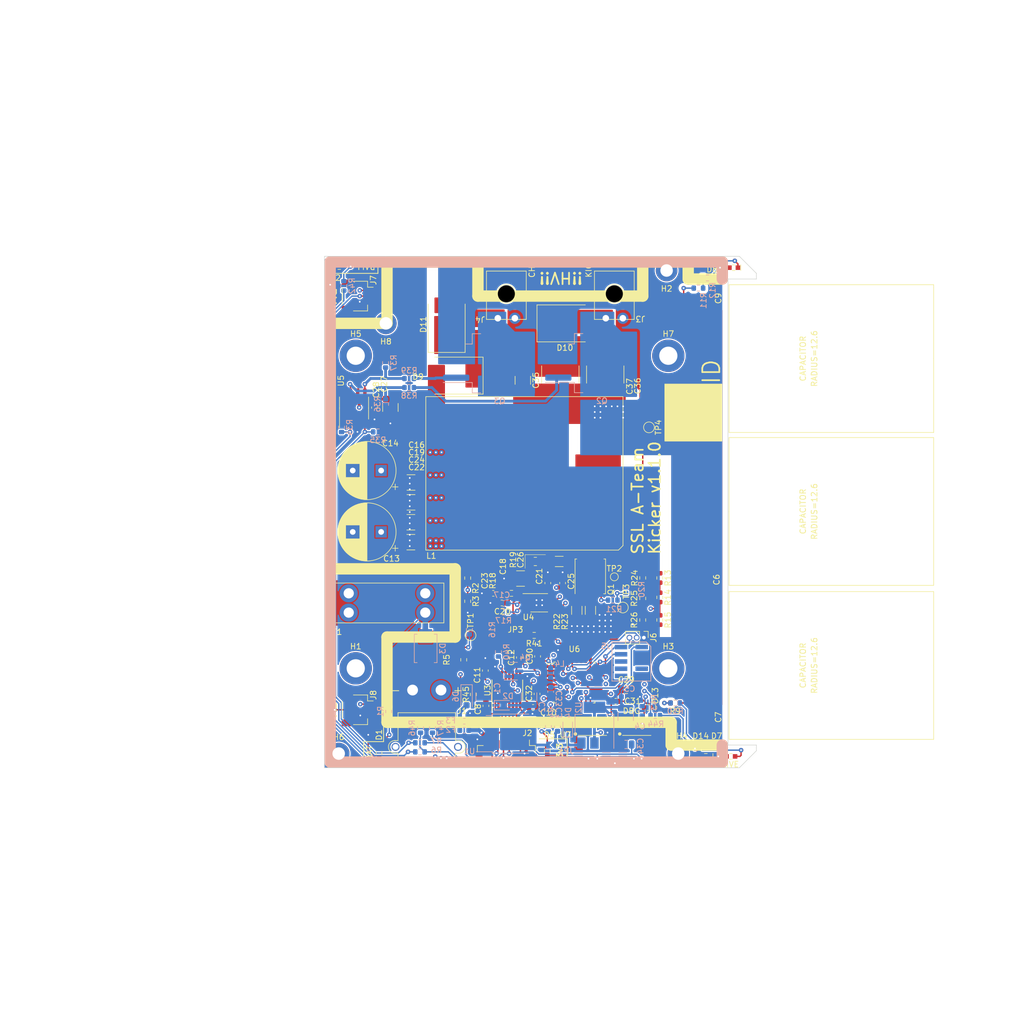
<source format=kicad_pcb>
(kicad_pcb (version 20221018) (generator pcbnew)
  (title_block (title "Kicker v1.1.0 Schematic") (date "2023-04-21") (rev "1") (company "The A-Team") (comment 1 "Author: Will Stuckey"))
  (layers (0 "F.Cu" signal) (1 "In1.Cu" signal) (2 "In2.Cu" signal) (31 "B.Cu" signal) (34 "B.Paste" user) (35 "F.Paste" user) (36 "B.SilkS" user "B.Silkscreen") (37 "F.SilkS" user "F.Silkscreen") (38 "B.Mask" user) (39 "F.Mask" user) (44 "Edge.Cuts" user))
  (net 0 "")
  (net 1 "+12V")
  (net 2 "GND")
  (net 3 "+5V")
  (net 4 "Net-(#FLG04-pwr)")
  (net 5 "/flyback_charger/V_{solenoid}")
  (net 6 "VBUS")
  (net 7 "+BATT")
  (net 8 "/flyback_charger/V_{trans}")
  (net 9 "/solenoid_control/GATE_{kick}_FILT")
  (net 10 "/solenoid_control/GATE_{chip}_FILT")
  (net 11 "+3.3V")
  (net 12 "Net-(D1-A)")
  (net 13 "Net-(D5-A)")
  (net 14 "Net-(D6-A2)")
  (net 15 "Net-(D7-A)")
  (net 16 "Net-(D8-A)")
  (net 17 "+V_{BATT(RAW)}")
  (net 18 "/12V0_UNPROT")
  (net 19 "/TX_FAULT_PROT")
  (net 20 "/RX_CHIP_PROT")
  (net 21 "/BOOT0_KICK_PROT")
  (net 22 "/RST_CHG_PROT")
  (net 23 "/digital/SWDIO")
  (net 24 "/digital/SWDCLK")
  (net 25 "Net-(D12-A)")
  (net 26 "Net-(D13-A)")
  (net 27 "Net-(D14-A)")
  (net 28 "/digital/NRST")
  (net 29 "/digital/BALL_TX")
  (net 30 "/digital/BALL_RX")
  (net 31 "/CMD_{CHG}")
  (net 32 "/CMD_{kick}")
  (net 33 "/CMD_{chip}")
  (net 34 "/flyback_charger/FB")
  (net 35 "Net-(U4-SS)")
  (net 36 "Net-(U4-VC)")
  (net 37 "Net-(C26-Pad1)")
  (net 38 "/flyback_charger/HVGATE")
  (net 39 "/RST")
  (net 40 "/V_{batt}_MON")
  (net 41 "/HV_MON")
  (net 42 "/flyback_charger/CSP")
  (net 43 "/solenoid_control/GATE_{kick}")
  (net 44 "/solenoid_control/GATE_{chip}")
  (net 45 "/digital/LED_BLUE")
  (net 46 "/digital/LED_GREEN")
  (net 47 "/digital/LED_RED")
  (net 48 "/TX")
  (net 49 "/RX")
  (net 50 "/BOOT0")
  (net 54 "Net-(J6-Pin_2)")
  (net 55 "Net-(J6-Pin_3)")
  (net 56 "Net-(Q1-G)")
  (net 57 "/digital/DOTSTAR_SCK")
  (net 58 "/digital/DOTSTAR_MOSI")
  (net 64 "/flyback_charger/HV_AC")
  (net 65 "/solenoid_control/KICK_SW")
  (net 66 "/solenoid_control/CHIP_SW")
  (net 67 "/DL1S")
  (net 68 "/DL2S")
  (net 69 "/HVMS")
  (net 70 "/flyback_charger/HVFBS")
  (net 71 "Net-(C23-Pad1)")
  (net 72 "/digital/VDDA")
  (net 74 "Net-(U7-CKO)")
  (net 75 "Net-(U7-SDO)")
  (net 80 "Net-(U4-RT)")
  (footprint "MountingHole:MountingHole_2.2mm_M2_ISO14580_Pad" (layer "F.Cu") (at 239.25 192.5)
    (fp_text reference "H4")
    (fp_text value "M2")
  )
  (footprint "Connector_JST:JST_SH_BM08B-SRSS-TB_1x08-1MP_P1.00mm_Vertical" (layer "F.Cu") (at 209 192.2 180)
    (fp_text reference "J2")
    (fp_text value "1054052108")
  )
  (footprint "AT-Capacitors:ESMQ201VSN102MQ35S" (layer "F.Cu") (at 248.195 177 90)
    (fp_text reference "C7")
    (fp_text value "1000uF 200V")
  )
  (footprint "Diode_SMD:D_SMC" (layer "F.Cu") (at 200 126 180)
    (fp_text reference "D9")
    (fp_text value "MURS460")
  )
  (footprint "AT-Inductors:GA34XX-BL" (layer "F.Cu") (at 212.175 143.2 90)
    (fp_text reference "L1")
    (fp_text value "GA3460-BL")
  )
  (footprint "MountingHole:MountingHole_3.2mm_M3_ISO7380_Pad" (layer "F.Cu") (at 182.5 122.5)
    (fp_text reference "H5")
    (fp_text value "M3")
  )
  (footprint "Capacitor_SMD:C_0603_1608Metric" (layer "F.Cu") (at 208.2 166 180)
    (fp_text reference "C20")
    (fp_text value "0.1u")
  )
  (footprint "Capacitor_SMD:C_0603_1608Metric" (layer "F.Cu") (at 205.3 177.9 90)
    (fp_text reference "C11")
    (fp_text value "0.1u")
  )
  (footprint "AT-BoardFeatures:SolderJumper-2_2.0x1.2mm_Open" (layer "F.Cu") (at 210.6 172.2)
    (fp_text reference "JP3")
    (fp_text value "Disable Micro")
  )
  (footprint "Capacitor_SMD:C_0603_1608Metric" (layer "F.Cu") (at 228.230114 183.3)
    (fp_text reference "C31")
    (fp_text value "0.1u")
  )
  (footprint "Capacitor_SMD:C_0603_1608Metric" (layer "F.Cu") (at 214.4 182 -90)
    (fp_text reference "C32")
    (fp_text value "10n 10V")
  )
  (footprint "Resistor_SMD:R_1206_3216Metric" (layer "F.Cu") (at 221.4 167.3 90)
    (fp_text reference "R22")
    (fp_text value "8m00 1%")
  )
  (footprint "Resistor_SMD:R_0603_1608Metric" (layer "F.Cu") (at 236 161.6 -90)
    (fp_text reference "R13")
    (fp_text value "475k")
  )
  (footprint "AT-LED:SK9822" (layer "F.Cu") (at 224.15 191.8 180)
    (fp_text reference "U7")
    (fp_text value "SK9822")
  )
  (footprint "Resistor_SMD:R_0603_1608Metric" (layer "F.Cu") (at 202.2 161.625 -90)
    (fp_text reference "R2")
    (fp_text value "267k")
  )
  (footprint "Connector_JST:JST_SH_SM03B-SRSS-TB_1x03-1MP_P1.00mm_Horizontal" (layer "F.Cu") (at 182.8 112 -90)
    (fp_text reference "J7")
    (fp_text value "Conn_01x03")
  )
  (footprint "Capacitor_THT:CP_Radial_D10.0mm_P5.00mm" (layer "F.Cu") (at 186.967677 142.7 180)
    (fp_text reference "C14")
    (fp_text value "220u 50V")
  )
  (footprint "Resistor_SMD:R_1206_3216Metric" (layer "F.Cu") (at 223.8 167.3 90)
    (fp_text reference "R23")
    (fp_text value "8m00 1%")
  )
  (footprint "AT-LED:LED0603" (layer "F.Cu") (at 248.5 193)
    (fp_text reference "D7")
    (fp_text value "RED")
  )
  (footprint "Connector_PinHeader_1.27mm:PinHeader_1x03_P1.27mm_Vertical" (layer "F.Cu") (at 233.2 172.1 -90)
    (fp_text reference "J6")
    (fp_text value "Conn_01x03_Female")
  )
  (footprint "Package_TO_SOT_SMD:TDSON-8-1" (layer "F.Cu") (at 223.775 161.325 90)
    (fp_text reference "Q1")
    (fp_text value "BSC0402NSATMA1")
  )
  (footprint "Capacitor_SMD:C_1210_3225Metric" (layer "F.Cu") (at 192.225 148.3 180)
    (fp_text reference "C19")
    (fp_text value "10u 50V")
  )
  (footprint "AT-LED:SK9822" (layer "F.Cu") (at 231.95 191.8 180)
    (fp_text reference "U8")
    (fp_text value "SK9822")
  )
  (footprint "Resistor_SMD:R_0603_1608Metric" (layer "F.Cu") (at 202.2 165.7 -90)
    (fp_text reference "R3")
    (fp_text value "18k7")
  )
  (footprint "Capacitor_SMD:C_0603_1608Metric" (layer "F.Cu") (at 211.3 175.6 90)
    (fp_text reference "C12")
    (fp_text value "0.1u")
  )
  (footprint "MountingHole:MountingHole_2.2mm_M2_ISO14580_Pad" (layer "F.Cu") (at 187.8 116.8)
    (fp_text reference "H8")
    (fp_text value "M2")
  )
  (footprint "AT-LED:LED0603" (layer "F.Cu") (at 244.1 193 180)
    (fp_text reference "D14")
    (fp_text value "Yellow")
  )
  (footprint "AT-LED:LED0603" (layer "F.Cu") (at 186.6 192.4 90)
    (fp_text reference "D1")
    (fp_text value "Green")
  )
  (footprint "MountingHole:MountingHole_3.2mm_M3_ISO7380_Pad" (layer "F.Cu") (at 237.5 177.5)
    (fp_text reference "H3")
    (fp_text value "M3")
  )
  (footprint "Resistor_SMD:R_0603_1608Metric" (layer "F.Cu") (at 238.7 183.6 180)
    (fp_text reference "R9")
    (fp_text value "1M47")
  )
  (footprint "Resistor_SMD:R_0603_1608Metric" (layer "F.Cu") (at 236 165.025 -90)
    (fp_text reference "R14")
    (fp_text value "475k")
  )
  (footprint "MountingHole:MountingHole_3.2mm_M3_ISO7380_Pad" (layer "F.Cu") (at 182.5 177.5)
    (fp_text reference "H1")
    (fp_text value "M3")
  )
  (footprint "MountingHole:MountingHole_2.2mm_M2_ISO14580_Pad" (layer "F.Cu") (at 237.2 107.5)
    (fp_text reference "H2")
    (fp_text value "M2")
  )
  (footprint "AT-Connectors:2157601002" (layer "F.Cu") (at 228 111.6 180)
    (fp_text reference "J3")
    (fp_text value "2157601002")
  )
  (footprint "AT-Fuses:3557-2" (layer "F.Cu") (at 188 166)
    (fp_text reference "F1")
    (fp_text value "40A")
  )
  (footprint "Connector_JST:JST_SH_SM03B-SRSS-TB_1x03-1MP_P1.00mm_Horizontal" (layer "F.Cu") (at 182.8 184.8 -90)
    (fp_text reference "J8")
    (fp_text value "Conn_01x03")
  )
  (footprint "TestPoint:TestPoint_Pad_D1.5mm" (layer "F.Cu") (at 234.1 135.1 -90)
    (fp_text reference "TP4")
    (fp_text value "SPICE: V_{out} <<<HIGH VOLTAGE>>>")
  )
  (footprint "Resistor_SMD:R_0603_1608Metric" (layer "F.Cu") (at 233 161.6 90)
    (fp_text reference "R24")
    (fp_text value "976k 0%1")
  )
  (footprint "Capacitor_SMD:C_1210_3225Metric" (layer "F.Cu") (at 188.6 131.6 -90)
    (fp_text reference "C27")
    (fp_text value "10u 50v")
  )
  (footprint "Capacitor_SMD:C_0603_1608Metric" (layer "F.Cu") (at 213.7 184.4)
    (fp_text reference "C10")
    (fp_text value "0.1u")
  )
  (footprint "Capacitor_SMD:C_0603_1608Metric" (layer "F.Cu") (at 185.8 131.625 -90)
    (fp_text reference "C28")
    (fp_text value "0.1u")
  )
  (footprint "Capacitor_THT:CP_Radial_D10.0mm_P5.00mm" (layer "F.Cu") (at 186.967677 153.5 180)
    (fp_text reference "C13")
    (fp_text value "220u 50V")
  )
  (footprint "Package_SO:MSOP-10-1EP_3x3mm_P0.5mm_EP1.68x1.88mm" (layer "F.Cu") (at 214.78 165.97)
    (fp_text reference "U4")
    (fp_text value "LT3757EMSE")
  )
  (footprint "TestPoint:TestPoint_Pad_D1.0mm" (layer "F.Cu") (at 228 161.4)
    (fp_text reference "TP2")
    (fp_text value "SPICE: V_{drain} <<<HIGH VOLTAGE>>>")
  )
  (footprint "Capacitor_SMD:C_1210_3225Metric" (layer "F.Cu") (at 211.5 161.7 180)
    (fp_text reference "C18")
    (fp_text value "10u 50V")
  )
  (footprint "Resistor_SMD:R_0603_1608Metric" (layer "F.Cu") (at 203.2 182.1 90)
    (fp_text reference "R45")
    (fp_text value "0")
  )
  (footprint "Capacitor_SMD:C_0603_1608Metric" (layer "F.Cu") (at 218.9 162.5 90)
    (fp_text reference "C25")
    (fp_text value "4u7 50V")
  )
  (footprint "Capacitor_SMD:C_1206_3216Metric" (layer "F.Cu") (at 218.3 158.7)
    (fp_text reference "C26")
    (fp_text value "0.1u 200V")
  )
  (footprint "Capacitor_SMD:C_1210_3225Metric" (layer "F.Cu") (at 192.2 155.3 180)
    (fp_text reference "C22")
    (fp_text value "10u 50V")
  )
  (footprint "AT-Capacitors:ESMQ201VSN102MQ35S" (layer "F.Cu") (at 248.195 149.9 90)
    (fp_text reference "C6")
    (fp_text value "1000uF 200V")
  )
  (footprint "MountingHole:MountingHole_2.2mm_M2_ISO14580_Pad" (layer "F.Cu") (at 179.5 192.5)
    (fp_text reference "H6")
    (fp_text value "M2")
  )
  (footprint "AT-LED:LED0603" (layer "F.Cu") (at 216.2 192 90)
    (fp_text reference "D5")
    (fp_text value "Green")
  )
  (footprint "Capacitor_SMD:C_1210_3225Metric" (layer "F.Cu") (at 192.224999 144.8 180)
    (fp_text reference "C16")
    (fp_text value "10u 50V")
  )
  (footprint "AT-LED:LED0603" (layer "F.Cu") (at 234 184.4 180)
    (fp_text reference "D13")
    (fp_text value "Green")
  )
  (footprint "Capacitor_SMD:C_0603_1608Metric" (layer "F.Cu") (at 214.5 175.4 90)
    (fp_text reference "C30")
    (fp_text value "0.1u")
  )
  (footprint "Capacitor_SMD:C_1210_3225Metric" (layer "F.Cu") (at 192.2 151.8 180)
    (fp_text reference "C24")
    (fp_text value "10u 50V")
  )
  (footprint "Resistor_SMD:R_0805_2012Metric" (layer "F.Cu") (at 214.1 158.7)
    (fp_text reference "R19")
    (fp_text value "1 1%")
  )
  (footprint "Diode_SMD:D_SMC" (layer "F.Cu") (at 219.3 116.8)
    (fp_text reference "D10")
    (fp_text value "MURS460")
  )
  (footprint "Capacitor_SMD:C_1210_3225Metric" (layer "F.Cu") (at 211.9 126.824999 -90)
    (fp_text reference "C35")
    (fp_text value "0.1u 500V")
  )
  (footprint "TestPoint:TestPoint_Pad_D1.5mm" (layer "F.Cu") (at 229.5 166.8)
    (fp_text reference "TP3")
    (fp_text value "FB")
  )
  (footprint "Package_SO:SOIC-8_3.9x4.9mm_P1.27mm" (layer "F.Cu") (at 182.2 131.7 90)
    (fp_text reference "U5")
    (fp_text value "IX4427")
  )
  (footprint "Package_QFP:LQFP-32_7x7mm_P0.8mm" (layer "F.Cu") (at 220.98 180)
    (fp_text reference "U6")
    (fp_text value "STM32F030K6Tx")
  )
  (footprint "AT-LED:LED0603" (layer "F.Cu") (at 249 107 180)
    (fp_text reference "D8")
    (fp_text value "RED")
  )
  (footprint "AT-LED:LED0603" (layer "F.Cu") (at 179.6 106.8)
    (fp_text reference "D12")
    (fp_text value "Blue")
  )
  (footprint "Capacitor_SMD:C_0603_1608Metric" (layer "F.Cu") (at 216.3 162.5 90)
    (fp_text reference "C21")
    (fp_text value "0.1u 50V")
  )
  (footprint "Resistor_SMD:R_0603_1608Metric" (layer "F.Cu") (at 233 169 90)
    (fp_text reference "R26")
    (fp_text value "17k4 0%1")
  )
  (footprint "Capacitor_SMD:C_2225_5664Metric" (layer "F.Cu") (at 226.4 125.8 -90)
    (fp_text reference "C36")
    (fp_text value "0.47u 500V")
  )
  (footprint "MountingHole:MountingHole_3.2mm_M3_ISO7380_Pad" (layer "F.Cu") (at 237.5 122.5)
    (fp_text reference "H7")
    (fp_text value "M3")
  )
  (footprint "Capacitor_SMD:C_0603_1608Metric" (layer "F.Cu") (at 206.7 164.3 180)
    (fp_text reference "C23")
    (fp_text value "6800p")
  )
  (footprint "Capacitor_SMD:C_0603_1608Metric" (layer "F.Cu") (at 205.4 184.1 90)
    (fp_text reference "C8")
    (fp_text value "0.1u")
  )
  (footprint "Resistor_SMD:R_0603_1608Metric" (layer "F.Cu") (at 201.5 176 90)
    (fp_text reference "R5")
    (fp_text value "DNP")
  )
  (footprint "Capacitor_SMD:C_0805_2012Metric" (layer "F.Cu") (at 230.1 181.2)
    (fp_text reference "C29")
    (fp_text value "4u7 25V")
  )
  (footprint "AT-Capacitors:ESMQ201VSN102MQ35S" (layer "F.Cu") (at 248.195 123 90)
    (fp_text reference "C9")
    (fp_text value "1000uF 200V")
  )
  (footprint "Resistor_SMD:R_0603_1608Metric" (layer "F.Cu") (at 213.9 171.7 180)
    (fp_text reference "R41")
    (fp_text value "100k")
  )
  (footprint "Capacitor_SMD:C_2225_5664Metric" (layer "F.Cu") (at 218.5 125.8 -90)
    (fp_text reference "C37")
    (fp_text value "0.47u 500V")
  )
  (footprint "Package_SO:QSOP-16_3.9x4.9mm_P0.635mm" (layer "F.Cu") (at 209.2 181.4 90)
    (fp_text reference "U3")
    (fp_text value "ADUM7441")
  )
  (footprint "Diode_SMD:D_SMC" (layer "F.Cu") (at 198.5 117 90)
    (fp_text reference "D11")
    (fp_text value "MURS460")
  )
  (footprint "TestPoint:TestPoint_Pad_D1.5mm" (layer "F.Cu") (at 202.7 171.7)
    (fp_text reference "TP1")
    (fp_text value "CHG_EN")
  )
  (footprint "Resistor_SMD:R_0603_1608Metric" (layer "F.Cu") (at 236 169 -90)
    (fp_text reference "R15")
    (fp_text value "4k75")
  )
  (footprint "AT-Connectors:2157601002" (layer "F.Cu") (at 209 111.6 180)
    (fp_text reference "J4")
    (fp_text value "2157601002")
  )
  (footprint "Resistor_SMD:R_0603_1608Metric" (layer "F.Cu") (at 233 165.2 90)
    (fp_text reference "R25")
    (fp_text value "976k 0%1")
  )
  (footprint "Resistor_SMD:R_0603_1608Metric" (layer "F.Cu") (at 209.9 164.3)
    (fp_text reference "R18")
    (fp_text value "22k 1%")
  )
  (footprint "Connector_AMASS:AMASS_XT30PW-M_1x02_P2.50mm_Horizontal" (layer "F.Cu") (at 192.5 181.325 180)
    (fp_text reference "J1")
    (fp_text value "XT30PW-M")
  )
  (footprint "Resistor_SMD:R_0603_1608Metric" (layer "B.Cu") (at 191.9 126.5)
    (fp_text reference "R39")
    (fp_text value "10")
  )
  (footprint "AT-Discrete:D_SMB_Non-Polar" (layer "B.Cu") (at 194.8 174 90)
    (fp_text reference "D3")
    (fp_text value "824521261")
  )
  (footprint "Fuse:Fuse_0603_1608Metric" (layer "B.Cu") (at 201.6 186.8)
    (fp_text reference "F3")
    (fp_text value "1.5A Fast Blow")
  )
  (footprint "Resistor_SMD:R_0603_1608Metric" (layer "B.Cu") (at 235.2 185.8)
    (fp_text reference "R44")
    (fp_text value "10k")
  )
  (footprint "Package_TO_SOT_SMD:TO-263-2" (layer "B.Cu") (at 207.825 123.825)
    (fp_text reference "Q3")
    (fp_text value "IXGA48N60A3")
  )
  (footprint "Resistor_SMD:R_0603_1608Metric" (layer "B.Cu") (at 242.8 110.6)
    (fp_text reference "R11")
    (fp_text value "1M47")
  )
  (footprint "Capacitor_SMD:C_0603_1608Metric" (layer "B.Cu") (at 230 182.5)
    (fp_text reference "C5")
    (fp_text value "1u 10V")
  )
  (footprint "Package_TO_SOT_SMD:SOT-223-3_TabPin2" (layer "B.Cu") (at 224.5 187.5 90)
    (fp_text reference "U2")
    (fp_text value "LM1117-3.3")
  )
  (footprint "Resistor_SMD:R_0603_1608Metric" (layer "B.Cu") (at 191.9 128.1)
    (fp_text reference "R38")
    (fp_text value "10")
  )
  (footprint "Diode_SMD:D_SOD-323" (layer "B.Cu") (at 208.5 184)
    (fp_text reference "D2")
    (fp_text value "CUS10S30,H3F")
  )
  (footprint "Resistor_SMD:R_0603_1608Metric" (layer "B.Cu") (at 216.8 178.3 -90)
    (fp_text reference "L4")
    (fp_text value "650 @100MHz")
  )
  (footprint "Resistor_SMD:R_0603_1608Metric" (layer "B.Cu") (at 193.9 188 90)
    (fp_text reference "R46")
    (fp_text value "100k")
  )
  (footprint "Package_TO_SOT_SMD:TO-252-2" (layer "B.Cu") (at 209.84 189)
    (fp_text reference "U1")
    (fp_text value "LM1117-5.0")
  )
  (footprint "Resistor_SMD:R_0603_1608Metric" (layer "B.Cu") (at 202.5 170.7 90)
    (fp_text reference "R16")
    (fp_text value "100k")
  )
  (footprint "Resistor_SMD:R_0603_1608Metric" (layer "B.Cu") (at 180.4 110.2 90)
    (fp_text reference "R42")
    (fp_text value "10k")
  )
  (footprint "Resistor_SMD:R_0603_1608Metric" (layer "B.Cu") (at 216.4 187.8 -90)
    (fp_text reference "R4")
    (fp_text value "10k")
  )
  (footprint "Resistor_SMD:R_0603_1608Metric" (layer "B.Cu") (at 186.4 135.9)
    (fp_text reference "R35")
    (fp_text value "100k")
  )
  (footprint "Capacitor_SMD:C_0603_1608Metric" (layer "B.Cu") (at 208.525 166.1 180)
    (fp_text reference "C17")
    (fp_text value "10n")
  )
  (footprint "Capacitor_SMD:C_0603_1608Metric" (layer "B.Cu") (at 216.8 181.6 -90)
    (fp_text reference "C33")
    (fp_text value "1u 10V")
  )
  (footprint "Resistor_SMD:R_0603_1608Metric" (layer "B.Cu") (at 227.725 165.5 180)
    (fp_text reference "R21")
    (fp_text value "10 1%")
  )
  (footprint "Resistor_SMD:R_0603_1608Metric" (layer "B.Cu") (at 238.725 183.6)
    (fp_text reference "R10")
    (fp_text value "1M47")
  )
  (footprint "Resistor_SMD:R_0603_1608Metric" (layer "B.Cu") (at 244.4 108.8)
    (fp_text reference "R12")
    (fp_text value "1M47")
  )
  (footprint "Resistor_SMD:R_0603_1608Metric" (layer "B.Cu") (at 188.3 185.1 -90)
    (fp_text reference "R1")
    (fp_text value "22k")
  )
  (footprint "AT-Connectors:Samtec-2x5pin-0.5mm" (layer "B.Cu") (at 231 176.3 -90)
    (fp_text reference "J5")
    (fp_text value "Conn_ARM_JTAG_SWD_10")
  )
  (footprint "Diode_SMD:D_SOD-323" (layer "B.Cu") (at 219.8 188 90)
    (fp_text reference "D4")
    (fp_text value "CUS10S30,H3F")
  )
  (footprint "Capacitor_SMD:C_1210_3225Metric" (layer "B.Cu") (at 230 186 -90)
    (fp_text reference "C4")
    (fp_text value "47u 10V")
  )
  (footprint "Resistor_SMD:R_0603_1608Metric" (layer "B.Cu") (at 187.75 123.75 90)
    (fp_text reference "R37")
    (fp_text value "100k")
  )
  (footprint "Fuse:Fuse_0603_1608Metric" (layer "B.Cu") (at 201.6 188.4 180)
    (fp_text reference "F2")
    (fp_text value "1.5A Fast Blow")
  )
  (footprint "Capacitor_SMD:C_1210_3225Metric" (layer "B.Cu") (at 213 182.5 90)
    (fp_text reference "C2")
    (fp_text value "47u 10V")
  )
  (footprint "Capacitor_SMD:C_0805_2012Metric" (layer "B.Cu") (at 230.1 190.9)
    (fp_text reference "C34")
    (fp_text value "4u7 25V")
  )
  (footprint "Package_TO_SOT_SMD:SOT-23" (layer "B.Cu") (at 210.3 178)
    (fp_text reference "Q4")
    (fp_text value "BSS138K")
  )
  (footprint "Resistor_SMD:R_0603_1608Metric" (layer "B.Cu") (at 187.75 131 -90)
    (fp_text reference "R36")
    (fp_text value "100k")
  )
  (footprint "Resistor_SMD:R_0603_1608Metric" (layer "B.Cu") (at 193.8 190.6 180)
    (fp_text reference "R7")
    (fp_text value "DNP")
  )
  (footprint "Resistor_SMD:R_0603_1608Metric" (layer "B.Cu") (at 207.6 174.6 90)
    (fp_text reference "R40")
    (fp_text value "100k")
  )
  (footprint "Resistor_SMD:R_0603_1608Metric" (layer "B.Cu") (at 196 188 90)
    (fp_text reference "R47")
    (fp_text value "100k")
  )
  (footprint "Resistor_SMD:R_0603_1608Metric" (layer "B.Cu") (at 180 135.1 90)
    (fp_text reference "R34")
    (fp_text value "100k")
  )
  (footprint "Capacitor_SMD:C_1210_3225Metric" (layer "B.Cu") (at 205 182.5 90)
    (fp_text reference "C1")
    (fp_text value "22u 25V")
  )
  (footprint "Resistor_SMD:R_0603_1608Metric" (layer "B.Cu") (at 193.8 192.2 180)
    (fp_text reference "R6")
    (fp_text value "DNP")
  )
  (footprint "Resistor_SMD:R_0603_1608Metric" (layer "B.Cu") (at 230 163.4 -90)
    (fp_text reference "R20")
    (fp_text value "100k 1%")
  )
  (footprint "Diode_SMD:D_SOD-123F" (layer "B.Cu") (at 202 182.6 -90)
    (fp_text reference "D6")
    (fp_text value "SMF12CA")
  )
  (footprint "Resistor_SMD:R_0603_1608Metric" (layer "B.Cu") (at 232.9 185 -90)
    (fp_text reference "R43")
    (fp_text value "10k")
  )
  (footprint "Package_TO_SOT_SMD:TO-263-2" (layer "B.Cu") (at 225.8 123.8)
    (fp_text reference "Q2")
    (fp_text value "IXGA48N60A3")
  )
  (footprint "Capacitor_SMD:C_0603_1608Metric" (layer "B.Cu") (at 218 187.8 90)
    (fp_text reference "C3")
    (fp_text value "1u 10V")
  )
  (footprint "Resistor_SMD:R_0603_1608Metric" (layer "B.Cu") (at 208.5 167.6)
    (fp_text reference "R17")
    (fp_text value "140k 1%")
  )
  (footprint "AT-BoardFeatures:SolderJumper-2_2.0x1.2mm_Closed" (layer "B.Cu") (at 217 191 180)
    (fp_text reference "JP1")
    (fp_text value "Power Iso.")
  )
  (gr_line (start 247 194) (end 247 191) (stroke (width 2)) (layer "B.SilkS"))
  (gr_line (start 178 106) (end 178 194) (stroke (width 2)) (layer "B.SilkS"))
  (gr_line (start 247 106) (end 178 106) (stroke (width 2)) (layer "B.SilkS"))
  (gr_line (start 178 194) (end 247 194) (stroke (width 2)) (layer "B.SilkS"))
  (gr_line (start 247 109) (end 247 106) (stroke (width 2)) (layer "B.SilkS"))
  (gr_line (start 233 106) (end 233 112) (stroke (width 2)) (layer "F.SilkS"))
  (gr_line (start 188 187) (end 238 187) (stroke (width 2)) (layer "F.SilkS"))
  (gr_line (start 178 116.8) (end 178 160) (stroke (width 2)) (layer "F.SilkS"))
  (gr_line (start 247 109) (end 241 109) (stroke (width 2)) (layer "F.SilkS"))
  (gr_line (start 188 172) (end 188 187) (stroke (width 2)) (layer "F.SilkS"))
  (gr_line (start 238 191) (end 247 191) (stroke (width 2)) (layer "F.SilkS"))
  (gr_line (start 212.3 159.9) (end 212.3 157.5) (stroke (width 0.075)) (layer "F.SilkS"))
  (gr_line (start 241 106) (end 241 109) (stroke (width 2)) (layer "F.SilkS"))
  (gr_line (start 187.4 187.6) (end 187.4 190.4) (stroke (width 0.15)) (layer "F.SilkS"))
  (gr_line (start 238 187) (end 238 191) (stroke (width 2)) (layer "F.SilkS"))
  (gr_line (start 200 172) (end 188 172) (stroke (width 2)) (layer "F.SilkS"))
  (gr_line (start 188 106) (end 188 116.8) (stroke (width 2)) (layer "F.SilkS"))
  (gr_line (start 183.9 194.2) (end 188.4 194.2) (stroke (width 0.15)) (layer "F.SilkS"))
  (gr_line (start 178 160) (end 200 160) (stroke (width 2)) (layer "F.SilkS"))
  (gr_line (start 183.9 190.4) (end 183.9 194.2) (stroke (width 0.15)) (layer "F.SilkS"))
  (gr_line (start 186.4 105.6) (end 177.6 105.6) (stroke (width 0.15)) (layer "F.SilkS"))
  (gr_line (start 241 106) (end 233 106) (stroke (width 2)) (layer "F.SilkS"))
  (gr_line (start 233 112) (end 204 112) (stroke (width 2)) (layer "F.SilkS"))
  (gr_rect (start 236.9 127.5) (end 246.9 137.5) (stroke (width 0.15)) (fill solid) (layer "F.SilkS"))
  (gr_line (start 214.8 194.2) (end 219.7 194.2) (stroke (width 0.15)) (layer "F.SilkS"))
  (gr_line (start 188 116.8) (end 178 116.8) (stroke (width 2)) (layer "F.SilkS"))
  (gr_line (start 177.6 105.6) (end 177.6 108) (stroke (width 0.15)) (layer "F.SilkS"))
  (gr_line (start 186.4 108) (end 186.4 105.6) (stroke (width 0.15)) (layer "F.SilkS"))
  (gr_line (start 177.6 108) (end 186.4 108) (stroke (width 0.15)) (layer "F.SilkS"))
  (gr_line (start 188 106) (end 204 106) (stroke (width 2)) (layer "F.SilkS"))
  (gr_line (start 187.4 190.4) (end 183.9 190.4) (stroke (width 0.15)) (layer "F.SilkS"))
  (gr_line (start 200 160) (end 200 172) (stroke (width 2)) (layer "F.SilkS"))
  (gr_line (start 204 106) (end 204 112) (stroke (width 2)) (layer "F.SilkS"))
  (gr_line (start 219.7 194.2) (end 219.7 189.9) (stroke (width 0.15)) (layer "F.SilkS"))
  (gr_line (start 212.3 157.5) (end 215.9 157.5) (stroke (width 0.075)) (layer "F.SilkS"))
  (gr_line (start 219.7 189.9) (end 214.8 189.9) (stroke (width 0.15)) (layer "F.SilkS"))
  (gr_line (start 253 191) (end 253 192) (stroke (width 0.1)) (layer "Edge.Cuts"))
  (gr_line (start 177 195) (end 250 195) (stroke (width 0.1)) (layer "Edge.Cuts"))
  (gr_line (start 248 191) (end 253 191) (stroke (width 0.1)) (layer "Edge.Cuts"))
  (gr_line (start 248 109) (end 253 109) (stroke (width 0.1)) (layer "Edge.Cuts"))
  (gr_line (start 253 192) (end 250 195) (stroke (width 0.1)) (layer "Edge.Cuts"))
  (gr_line (start 177 105) (end 177 195) (stroke (width 0.1)) (layer "Edge.Cuts"))
  (gr_line (start 253 108) (end 250 105) (stroke (width 0.1)) (layer "Edge.Cuts"))
  (gr_line (start 250 105) (end 177 105) (stroke (width 0.1)) (layer "Edge.Cuts"))
  (gr_line (start 248 191) (end 248 109) (stroke (width 0.1)) (layer "Edge.Cuts"))
  (gr_line (start 253 109) (end 253 108) (stroke (width 0.1)) (layer "Edge.Cuts"))
  (gr_text "Kicker v1.1.0" (at 235.1 147.5 90) (layer "F.SilkS") (effects (font (size 2 2) (thickness 0.3))))
  (gr_text "SSL A-Team" (at 232.1 148 90) (layer "F.SilkS") (effects (font (size 2 2) (thickness 0.3))))
  (gr_text "RX" (at 178.2 112 270) (layer "F.SilkS") (effects (font (size 1.5 1.5) (thickness 0.3))))
  (gr_text "BAT" (at 184.9 192.4 90) (layer "F.SilkS") (effects (font (size 1 1))))
  (gr_text "CHIP" (at 213.5 107 90) (layer "F.SilkS") (effects (font (size 1 1))))
  (gr_text "LIVE" (at 248.4 194.4) (layer "F.SilkS") (effects (font (size 1 1))))
  (gr_text "TX" (at 178.2 184.82 270) (layer "F.SilkS") (effects (font (size 1.5 1.5) (thickness 0.3))))
  (gr_text "ID" (at 245.1 125.3 90) (layer "F.SilkS") (effects (font (size 3 3) (thickness 0.3))))
  (gr_text "!!HV!!" (at 218.6 108.8 180) (layer "F.SilkS") (effects (font (size 2 2) (thickness 0.3))))
  (gr_text "KICK" (at 223.5 107 90) (layer "F.SilkS") (effects (font (size 1 1))))
  (gr_text "BALL" (at 184.2 106.8 180) (layer "F.SilkS") (effects (font (size 1 1))))
  (gr_text "DBG" (at 231 185) (layer "F.SilkS") (effects (font (size 1 1))))
  (gr_text "LIVE" (at 246.3 105.7 180) (layer "F.SilkS") (effects (font (size 1 1))))
  (gr_text "ERR" (at 244.1 194.4) (layer "F.SilkS") (effects (font (size 1 1))))
  (gr_text "3v3" (at 218.4 192 90) (layer "F.SilkS") (effects (font (size 1 1) (thickness 0.2))))
  (segment (start 216.93 165.97) (end 218.355305 165.97) (width 0.25) (layer "F.Cu") (net 1))
  (segment (start 182.835 129.225) (end 182.835 130.535) (width 0.5) (layer "F.Cu") (net 1))
  (segment (start 217.825 163.275) (end 217.8 163.3) (width 0.75) (layer "F.Cu") (net 1))
  (segment (start 219.125 165.200305) (end 219.125 163.5) (width 0.25) (layer "F.Cu") (net 1))
  (segment (start 183.15 130.85) (end 183.1 130.9) (width 0.5) (layer "F.Cu") (net 1))
  (segment (start 218.355305 165.97) (end 219.125 165.200305) (width 0.25) (layer "F.Cu") (net 1))
  (segment (start 188.6 130.125) (end 186.525 130.125) (width 0.5) (layer "F.Cu") (net 1))
  (segment (start 186.525 130.125) (end 185.8 130.85) (width 0.5) (layer "F.Cu") (net 1))
  (segment (start 182.835 130.535) (end 183.15 130.85) (width 0.5) (layer "F.Cu") (net 1))
  (segment (start 219.125 163.5) (end 218.9 163.275) (width 0.25) (layer "F.Cu") (net 1))
  (segment (start 183.15 130.85) (end 185.8 130.85) (width 0.5) (layer "F.Cu") (net 1))
  (segment (start 218.9 163.275) (end 217.825 163.275) (width 0.75) (layer "F.Cu") (net 1))
  (segment (start 183.1 130.9) (end 183.1 131.6) (width 0.5) (layer "F.Cu") (net 1))
  (via (at 228.1 194.2) (size 0.8) (drill 0.3) (layers "F.Cu" "B.Cu") (net 1))
  (via (at 217.8 163.3) (size 0.8) (drill 0.3) (layers "F.Cu" "B.Cu") (net 1))
  (via (at 202.6 185.4) (size 0.8) (drill 0.3) (layers "F.Cu" "B.Cu") (net 1))
  (via (at 183.1 131.6) (size 0.8) (drill 0.3) (layers "F.Cu" "B.Cu") (net 1))
  (segment (start 207.45 184) (end 205.025 184) (width 0.5) (layer "B.Cu") (net 1))
  (segment (start 202.4675 186.72) (end 202.3875 186.8) (width 0.75) (layer "B.Cu") (net 1))
  (segment (start 205.025 184) (end 205 183.975) (width 0.5) (layer "B.Cu") (net 1))
  (segment (start 218.18 174.38) (end 218.1 174.3) (width 0.25) (layer "F.Cu") (net 2))
  (segment (start 212.63 166.97) (end 213.78 166.97) (width 0.25) (layer "F.Cu") (net 2))
  (segment (start 223.78 182.72) (end 223.8 182.7) (width 0.25) (layer "F.Cu") (net 2))
  (segment (start 214.475 184.4) (end 214.475 184.775) (width 0.25) (layer "F.Cu") (net 2))
  (segment (start 211.3 174.825) (end 209.925 174.825) (width 0.25) (layer "F.Cu") (net 2))
  (segment (start 216.2 192.75) (end 219.25 192.75) (width 0.25) (layer "F.Cu") (net 2))
  (segment (start 219.25 192.75) (end 219.9 193.4) (width 0.25) (layer "F.Cu") (net 2))
  (segment (start 205.4 183.325) (end 205.4 182.7) (width 0.25) (layer "F.Cu") (net 2))
  (segment (start 231.05 181.2) (end 231.2 181.2) (width 0.25) (layer "F.Cu") (net 2))
  (segment (start 244.85 193) (end 246.3 193) (width 0.25) (layer "F.Cu") (net 2))
  (segment (start 221.7 193.4) (end 223.45 193.4) (width 0.25) (layer "F.Cu") (net 2))
  (segment (start 207.6125 184.0543) (end 207.6125 181.987799) (width 0.25) (layer "F.Cu") (net 2))
  (segment (start 207.6125 178.7457) (end 207.6125 177.8125) (width 0.25) (layer "F.Cu") (net 2))
  (segment (start 234.75 184.4) (end 234.025489 183.675489) (width 0.25) (layer "F.Cu") (net 2))
  (segment (start 211.4225 178.7457) (end 212.5457 178.7457) (width 0.25) (layer "F.Cu") (net 2))
  (segment (start 214.475 184.775) (end 215.6 185.9) (width 0.25) (layer "F.Cu") (net 2))
  (segment (start 233 169.825) (end 231.225 169.825) (width 0.25) (layer "F.Cu") (net 2))
  (segment (start 207.6125 181.987799) (end 207.499201 181.8745) (width 0.25) (layer "F.Cu") (net 2))
  (segment (start 186.6 193.15) (end 185.95 193.15) (width 0.25) (layer "F.Cu") (net 2))
  (segment (start 249.75 106.35) (end 249.2 105.8) (width 0.25) (layer "F.Cu") (net 2))
  (segment (start 210.025 161.7) (end 208.6 161.7) (width 0.75) (layer "F.Cu") (net 2))
  (segment (start 249.75 107) (end 249.75 106.35) (width 0.25) (layer "F.Cu") (net 2))
  (segment (start 216.3 160.599999) (end 216.3 161.725) (width 0.75) (layer "F.Cu") (net 2))
  (segment (start 231.7 183.3) (end 232.5 182.5) (width 0.25) (layer "F.Cu") (net 2))
  (segment (start 232.5 182.524614) (end 232.5 182.5) (width 0.25) (layer "F.Cu") (net 2))
  (segment (start 207.6125 177.8125) (end 207 177.2) (width 0.25) (layer "F.Cu") (net 2))
  (segment (start 215.22 167.6) (end 214.78 167.16) (width 0.25) (layer "F.Cu") (net 2))
  (segment (start 236 169.825) (end 233 169.825) (width 0.25) (layer "F.Cu") (net 2))
  (segment (start 214.4 182.775) (end 214.4 184.325) (width 0.25) (layer "F.Cu") (net 2))
  (segment (start 214.78 167.16) (end 214.78 165.97) (width 0.25) (layer "F.Cu") (net 2))
  (segment (start 188.6 133.075) (end 188.6 134.4) (width 0.5) (layer "F.Cu") (net 2))
  (segment (start 202.2 166.525) (end 202.2 167.7) (width 0.25) (layer "F.Cu") (net 2))
  (segment (start 221.1 167.6) (end 215.22 167.6) (width 0.25) (layer "F.Cu") (net 2))
  (segment (start 211.4225 184.0543) (end 211.4225 184.6493) (width 0.25) (layer "F.Cu") (net 2))
  (segment (start 184.8 185.8) (end 183.3 185.8) (width 0.25) (layer "F.Cu") (net 2))
  (segment (start 178 107.2) (end 178 110) (width 0.25) (layer "F.Cu") (net 2))
  (segment (start 212.273698 185.500498) (end 213.6 185.500498) (width 0.25) (layer "F.Cu") (net 2))
  (segment (start 185.2 192.4) (end 184.7 191.9) (width 0.25) (layer "F.Cu") (net 2))
  (segment (start 233.650875 183.675489) (end 232.5 182.524614) (width 0.25) (layer "F.Cu") (net 2))
  (segment (start 231.225 169.825) (end 231.2 169.8) (width 0.25) (layer "F.Cu") (net 2))
  (segment (start 184.8 113) (end 183.2 113) (width 0.25) (layer "F.Cu") (net 2))
  (segment (start 223.78 184.175) (end 223.78 182.72) (width 0.25) (layer "F.Cu") (net 2))
  (segment (start 206.2255 181.8745) (end 207.499201 181.8745) (width 0.25) (layer "F.Cu") (net 2))
  (segment (start 212.5 192.1) (end 212.2 192.4) (width 0.5) (layer "F.Cu") (net 2))
  (segment (start 212.2 192.4) (end 212.2 192.499502) (width 0.5) (layer "F.Cu") (net 2))
  (segment (start 234.025489 183.675489) (end 233.650875 183.675489) (width 0.25) (layer "F.Cu") (net 2))
  (segment (start 182.835 135.865) (end 182.8 135.9) (width 0.5) (layer "F.Cu") (net 2))
  (segment (start 247.75 193) (end 246.3 193) (width 0.25) (layer "F.Cu") (net 2))
  (segment (start 214.4 184.325) (end 214.475 184.4) (width 0.25) (layer "F.Cu") (net 2))
  (segment (start 213.78 166.97) (end 214.78 165.97) (width 0.25) (layer "F.Cu") (net 2))
  (segment (start 207.4 166) (end 206.2 166) (width 0.25) (layer "F.Cu") (net 2))
  (segment (start 229.005114 183.3) (end 231.7 183.3) (width 0.25) (layer "F.Cu") (net 2))
  (segment (start 214.5 174.625) (end 214.5 173.3) (width 0.25) (layer "F.Cu") (net 2))
  (segment (start 209.925 174.825) (end 209.9 174.8) (width 0.25) (layer "F.Cu") (net 2))
  (segment (start 219.9 193.4) (end 221.7 193.4) (width 0.25) (layer "F.Cu") (net 2))
  (segment (start 205.925 164.3) (end 204.7 164.3) (width 0.25) (layer "F.Cu") (net 2))
  (segment (start 205.3 177.125) (end 205.3 175.7) (width 0.25) (layer "F.Cu") (net 2))
  (segment (start 185.8 132.4) (end 185.8 133.7) (width 0.5) (layer "F.Cu") (net 2))
  (segment (start 185.95 193.15) (end 185.2 192.4) (width 0.25) (layer "F.Cu") (net 2))
  (segment (start 229.5 193.4) (end 231.45 193.4) (width 0.25) (layer "F.Cu") (net 2))
  (segment (start 221.4 167.9) (end 221.1 167.6) (width 0.25) (layer "F.Cu") (net 2))
  (segment (start 184.7 191.9) (end 184.7 189.2) (width 0.25) (layer "F.Cu") (net 2))
  (segment (start 178.85 106.8) (end 178.4 106.8) (width 0.25) (layer "F.Cu") (net 2))
  (segment (start 209.95 172.2) (end 209.95 174.75) (width 0.25) (layer "F.Cu") (net 2))
  (segment (start 221.4 168.7625) (end 221.4 167.9) (width 0.25) (layer "F.Cu") (net 2))
  (segment (start 231.2 181.2) (end 232.5 182.5) (width 0.25) (layer "F.Cu") (net 2))
  (segment (start 212.5 190.875) (end 212.5 192.1) (width 0.5) (layer "F.Cu") (net 2))
  (segment (start 178.4 106.8) (end 178 107.2) (width 0.25) (layer "F.Cu") (net 2))
  (segment (start 209.95 174.75) (end 209.9 174.8) (width 0.25) (layer "F.Cu") (net 2))
  (segment (start 207.425 166) (end 207.4 166) (width 0.25) (layer "F.Cu") (net 2))
  (segment (start 211.4225 184.6493) (end 212.273698 185.500498) (width 0.25) (layer "F.Cu") (net 2))
  (segment (start 218.18 175.825) (end 218.18 174.38) (width 0.25) (layer "F.Cu") (net 2))
  (segment (start 212.5457 178.7457) (end 212.7 178.9) (width 0.25) (layer "F.Cu") (net 2))
  (segment (start 218.9 161.725) (end 218.9 160.6) (width 0.25) (layer "F.Cu") (net 2))
  (segment (start 205.4 182.7) (end 206.2255 181.8745) (width 0.25) (layer "F.Cu") (net 2))
  (segment (start 182.835 134.175) (end 182.835 135.865) (width 0.5) (layer "F.Cu") (net 2))
  (via (at 202.2 167.7) (size 0.8) (drill 0.3) (layers "F.Cu" "B.Cu") (net 2))
  (via (at 226.4 169.1) (size 0.8) (drill 0.3) (layers "F.Cu" "B.Cu") (net 2))
  (via (at 221.475 170.075) (size 0.8) (drill 0.3) (layers "F.Cu" "B.Cu") (net 2))
  (via (at 192 146) (size 0.8) (drill 0.3) (layers "F.Cu" "B.Cu") (net 2))
  (via (at 223.45 193.4) (size 0.8) (drill 0.3) (layers "F.Cu" "B.Cu") (net 2))
  (via (at 223.8 182.7) (size 0.8) (drill 0.3) (layers "F.Cu" "B.Cu") (net 2))
  (via (at 231.45 193.4) (size 0.8) (drill 0.3) (layers "F.Cu" "B.Cu") (net 2))
  (via (at 224.55 132.4) (size 0.8) (drill 0.3) (layers "F.Cu" "B.Cu") (net 2))
  (via (at 227.425 168.075) (size 0.8) (drill 0.3) (layers "F.Cu" "B.Cu") (net 2))
  (via (at 218.1 174.3) (size 0.8) (drill 0.3) (layers "F.Cu" "B.Cu") (net 2))
  (via (at 204.7 164.3) (size 0.8) (drill 0.3) (layers "F.Cu" "B.Cu") (net 2))
  (via (at 207.499201 181.8745) (size 0.8) (drill 0.3) (layers "F.Cu" "B.Cu") (net 2))
  (via (at 183.3 185.8) (size 0.8) (drill 0.3) (layers "F.Cu" "B.Cu") (net 2))
  (via (at 226.8 188.8) (size 0.8) (drill 0.3) (layers "F.Cu" "B.Cu") (net 2))
  (via (at 226.4 170.1) (size 0.8) (drill 0.3) (layers "F.Cu" "B.Cu") (net 2))
  (via (at 225.55 132.4) (size 0.8) (drill 0.3) (layers "F.Cu" "B.Cu") (net 2))
  (via (at 185.8 133.7) (size 0.8) (drill 0.3) (layers "F.Cu" "B.Cu") (net 2))
  (via (at 226.55 131.4) (size 0.8) (drill 0.3) (layers "F.Cu" "B.Cu") (net 2))
  (via (at 246.3 193) (size 0.8) (drill 0.3) (layers "F.Cu" "B.Cu") (net 2))
  (via (at 249.2 105.8) (size 0.8) (drill 0.3) (layers "F.Cu" "B.Cu") (net 2))
  (via (at 226.4 168.1) (size 0.8) (drill 0.3) (layers "F.Cu" "B.Cu") (net 2))
  (via (at 192 154) (size 0.8) (drill 0.3) (layers "F.Cu" "B.Cu") (net 2))
  (via (at 223.375 171.1) (size 0.8) (drill 0.3) (layers "F.Cu" "B.Cu") (net 2))
  (via (at 223.4 170.1) (size 0.8) (drill 0.3) (layers "F.Cu" "B.Cu") (net 2))
  (via (at 182.8 135.9) (size 0.8) (drill 0.3) (layers "F.Cu" "B.Cu") (net 2))
  (via (at 220.5 171.075) (size 0.8) (drill 0.3) (layers "F.Cu" "B.Cu") (net 2))
  (via (at 213.6 185.500498) (size 0.8) (drill 0.3) (layers "F.Cu" "B.Cu") (net 2))
  (via (at 224.55 131.4) (size 0.8) (drill 0.3) (layers "F.Cu" "B.Cu") (net 2))
  (via (at 224.55 133.4) (size 0.8) (drill 0.3) (layers "F.Cu" "B.Cu") (net 2))
  (via (at 212.7 178.9) (size 0.8) (drill 0.3) (layers "F.Cu" "B.Cu") (net 2))
  (via (at 188.6 134.4) (size 0.8) (drill 0.3) (layers "F.Cu" "B.Cu") (net 2))
  (via (at 192 155) (size 0.8) (drill 0.3) (layers "F.Cu" "B.Cu") (net 2))
  (via (at 227.4 171.1) (size 0.8) (drill 0.3) (layers "F.Cu" "B.Cu") (net 2))
  (via (at 222.4 170.1) (size 0.8) (drill 0.3) (layers "F.Cu" "B.Cu") (net 2))
  (via (at 205.3 175.7) (size 0.8) (drill 0.3) (layers "F.Cu" "B.Cu") (net 2))
  (via (at 228.55 131.4) (size 0.8) (drill 0.3) (layers "F.Cu" "B.Cu") (net 2))
  (via (at 192 156) (size 0.8) (drill 0.3) (layers "F.Cu" "B.Cu") (net 2))
  (via (at 225.55 133.4) (size 0.8) (drill 0.3) (layers "F.Cu" "B.Cu") (net 2))
  (via (at 216.3 160.599999) (size 0.8) (drill 0.3) (layers "F.Cu" "B.Cu") (net 2))
  (via (at 229.55 133.4) (size 0.8) (drill 0.3) (layers "F.Cu" "B.Cu") (net 2))
  (via (at 191.999999 148.98915) (size 0.8) (drill 0.3) (layers "F.Cu" "B.Cu") (net 2))
  (via (at 183.2 113) (size 0.8) (drill 0.3) (layers "F.Cu" "B.Cu") (net 2))
  (via (at 225.4 168.1) (size 0.8) (drill 0.3) (layers "F.Cu" "B.Cu") (net 2))
  (via (at 221.45 171.075) (size 0.8) (drill 0.3) (layers "F.Cu" "B.Cu") (net 2))
  (via (at 224.4 170.1) (size 0.8) (drill 0.3) (layers "F.Cu" "B.Cu") (net 2))
  (via (at 203.9 190) (size 0.8) (drill 0.3) (layers "F.Cu" "B.Cu") (net 2))
  (via (at 225.4 169.1) (size 0.8) (drill 0.3) (layers "F.Cu" "B.Cu") (net 2))
  (via (at 192 147) (size 0.8) (drill 0.3) (layers "F.Cu" "B.Cu") (net 2))
  (via (at 192 144) (size 0.8) (drill 0.3) (layers "F.Cu" "B.Cu") (net 2))
  (via (at 218.9 160.6) (size 0.8) (drill 0.3) (layers "F.Cu" "B.Cu") (net 2))
  (via (at 192 153) (size 0.8) (drill 0.3) (layers "F.Cu" "B.Cu") (net 2))
  (via (at 206.2 166) (size 0.8) (drill 0.3) (layers "F.Cu" "B.Cu") (net 2))
  (via (at 192 145) (size 0.8) (drill 0.3) (layers "F.Cu" "B.Cu") (net 2))
  (via (at 192 148) (size 0.8) (drill 0.3) (layers "F.Cu" "B.Cu") (net 2))
  (via (at 214.3 165.5) (size 0.8) (drill 0.3) (layers "F.Cu" "B.Cu") (net 2))
  (via (at 184.7 189.2) (size 0.8) (drill 0.3) (layers "F.Cu" "B.Cu") (net 2))
  (via (at 225.4 171.1) (size 0.8) (drill 0.3) (layers "F.Cu" "B.Cu") (net 2))
  (via (at 229.55 131.4) (size 0.8) (drill 0.3) (layers "F.Cu" "B.Cu") (net 2))
  (via (at 227.4 170.1) (size 0.8) (drill 0.3) (layers "F.Cu" "B.Cu") (net 2))
  (via (at 208.6 161.7) (size 0.8) (drill 0.3) (layers "F.Cu" "B.Cu") (net 2))
  (via (at 178 110) (size 0.8) (drill 0.3) (layers "F.Cu" "B.Cu") (net 2))
  (via (at 209.9 174.8) (size 0.8) (drill 0.3) (layers "F.Cu" "B.Cu") (net 2))
  (via (at 229.55 132.4) (size 0.8) (drill 0.3) (layers "F.Cu" "B.Cu") (net 2))
  (via (at 225.4 170.1) (size 0.8) (drill 0.3) (layers "F.Cu" "B.Cu") (net 2))
  (via (at 214.5 173.3) (size 0.8) (drill 0.3) (layers "F.Cu" "B.Cu") (net 2))
  (via (at 215.3 166.4) (size 0.8) (drill 0.3) (layers "F.Cu" "B.Cu") (net 2))
  (via (at 227.4 169.1) (size 0.8) (drill 0.3) (layers "F.Cu" "B.Cu") (net 2))
  (via (at 215.6 185.9) (size 0.8) (drill 0.3) (layers "F.Cu" "B.Cu") (net 2))
  (via (at 192 152) (size 0.8) (drill 0.3) (layers "F.Cu" "B.Cu") (net 2))
  (via (at 220.525 170.075) (size 0.8) (drill 0.3) (layers "F.Cu" "B.Cu") (net 2))
  (via (at 192 150) (size 0.8) (drill 0.3) (layers "F.Cu" "B.Cu") (net 2))
  (via (at 207 177.2) (size 0.8) (drill 0.3) (layers "F.Cu" "B.Cu") (net 2))
  (via (at 215.3 165.5) (size 0.8) (drill 0.3) (layers "F.Cu" "B.Cu") (net 2))
  (via (at 231.2 169.8) (size 0.8) (drill 0.3) (layers "F.Cu" "B.Cu") (net 2))
  (via (at 225.55 131.4) (size 0.8) (drill 0.3) (layers "F.Cu" "B.Cu") (net 2))
  (via (at 212.2 192.499502) (size 0.8) (drill 0.3) (layers "F.Cu" "B.Cu") (net 2))
  (via (at 214.3 166.4) (size 0.8) (drill 0.3) (layers "F.Cu" "B.Cu") (net 2))
  (via (at 232.5 182.5) (size 0.8) (drill 0.3) (layers "F.Cu" "B.Cu") (net 2))
  (via (at 224.375 171.1) (size 0.8) (drill 0.3) (layers "F.Cu" "B.Cu") (net 2))
  (via (at 226.4 171.1) (size 0.8) (drill 0.3) (layers "F.Cu" "B.Cu") (net 2))
  (via (at 192 151) (size 0.8) (drill 0.3) (layers "F.Cu" "B.Cu") (net 2))
  (via (at 227.55 131.4) (size 0.8) (drill 0.3) (layers "F.Cu" "B.Cu") (net 2))
  (via (at 222.375 171.1) (size 0.8) (drill 0.3) (layers "F.Cu" "B.Cu") (net 2))
  (segment (start 249.2 105.8) (end 247.6 105.8) (width 0.25) (layer "B.Cu") (net 2))
  (segment (start 247.6 105.8) (end 246.8 105.8) (width 0.25) (layer "B.Cu") (net 2))
  (segment (start 234.4 193.4) (end 232.8 193.4) (width 0.25) (layer "F.Cu") (net 3))
  (segment (start 226.6 193.4) (end 225 193.4) (width 0.25) (layer "F.Cu") (net 3))
  (via (at 232.8 193.4) (size 0.8) (drill 0.3) (layers "F.Cu" "B.Cu") (net 3))
  (via (at 225 193.4) (size 0.8) (drill 0.3) (layers "F.Cu" "B.Cu") (net 3))
  (segment (start 225 193.4) (end 225 192.6) (width 0.25) (layer "B.Cu") (net 3))
  (segment (start 231.05 190.9) (end 231.05 192.55) (width 0.25) (layer "B.Cu") (net 3))
  (segment (start 209.55 184) (end 212.975 184) (width 0.5) (layer "B.Cu") (net 3))
  (segment (start 231.05 192.55) (end 231 192.6) (width 0.25) (layer "B.Cu") (net 3))
  (segment (start 214.7 192.6) (end 211.1 189) (width 0.25) (layer "B.Cu") (net 3))
  (segment (start 231 192.6) (end 225 192.6) (width 0.25) (layer "B.Cu") (net 3))
  (segment (start 211.1 185.875) (end 211.1 189) (width 0.5) (layer "B.Cu") (net 3))
  (segment (start 225 192.6) (end 214.7 192.6) (width 0.25) (layer "B.Cu") (net 3))
  (segment (start 232 192.6) (end 231 192.6) (width 0.25) (layer "B.Cu") (net 3))
  (segment (start 213 183.975) (end 211.1 185.875) (width 0.5) (layer "B.Cu") (net 3))
  (segment (start 216.35 191) (end 213.1 191) (width 0.5) (layer "B.Cu") (net 3))
  (segment (start 212.975 184) (end 213 183.975) (width 0.5) (layer "B.Cu") (net 3))
  (segment (start 232.8 193.4) (end 232 192.6) (width 0.25) (layer "B.Cu") (net 3))
  (segment (start 213.1 191) (end 211.1 189) (width 0.5) (layer "B.Cu") (net 3))
  (segment (start 217.65 191) (end 217.65 188.925) (width 0.5) (layer "B.Cu") (net 4))
  (segment (start 217.65 191) (end 219.8 191) (width 0.5) (layer "B.Cu") (net 4))
  (segment (start 217.65 188.925) (end 218 188.575) (width 0.5) (layer "B.Cu") (net 4))
  (segment (start 219.8 189.05) (end 219.8 191) (width 0.5) (layer "B.Cu") (net 4))
  (segment (start 219.8 191) (end 221.85 191) (width 0.5) (layer "B.Cu") (net 4))
  (segment (start 221.85 191) (end 222.2 190.65) (width 0.5) (layer "B.Cu") (net 4))
  (segment (start 236 160.775) (end 233.1 160.775) (width 0.25) (layer "F.Cu") (net 5))
  (segment (start 239.525 183.6) (end 241.8 183.6) (width 0.25) (layer "F.Cu") (net 5))
  (segment (start 233.1 160.775) (end 233 160.675) (width 0.25) (layer "F.Cu") (net 5))
  (segment (start 233 137.3) (end 233 160.675) (width 0.25) (layer "F.Cu") (net 5))
  (segment (start 240.2 110.6) (end 240.2 114.7) (width 0.25) (layer "F.Cu") (net 5))
  (via (at 240.2 110.6) (size 0.8) (drill 0.3) (layers "F.Cu" "B.Cu") (net 5))
  (segment (start 240.2 110.6) (end 241.975 110.6) (width 0.25) (layer "B.Cu") (net 5))
  (segment (start 205.125 184.6) (end 205.4 184.875) (width 0.25) (layer "F.Cu") (net 6))
  (segment (start 206.9775 188.2225) (end 206.5 188.7) (width 0.25) (layer "F.Cu") (net 6))
  (segment (start 203.8 184.6) (end 205.125 184.6) (width 0.25) (layer "F.Cu") (net 6))
  (segment (start 203.2 182.925) (end 203.2 184) (width 0.25) (layer "F.Cu") (net 6))
  (segment (start 203.2 184) (end 203.8 184.6) (width 0.25) (layer "F.Cu") (net 6))
  (segment (start 206.5 193.2) (end 206.5 190.875) (width 0.25) (layer "F.Cu") (net 6))
  (segment (start 210.7875 184.0543) (end 210.7875 188.351782) (width 0.25) (layer "F.Cu") (net 6))
  (segment (start 212.1 182.8) (end 212.925 183.625) (width 0.25) (layer "F.Cu") (net 6))
  (segment (start 210.2 194.1) (end 207.4 194.1) (width 0.25) (layer "F.Cu") (net 6))
  (segment (start 210.9 182.8) (end 212.1 182.8) (width 0.25) (layer "F.Cu") (net 6))
  (segment (start 211.5 189.064282) (end 211.5 190.875) (width 0.25) (layer "F.Cu") (net 6))
  (segment (start 211.475489 190.899511) (end 211.475489 192.824511) (width 0.25) (layer "F.Cu") (net 6))
  (segment (start 210.7875 188.351782) (end 211.5 189.064282) (width 0.25) (layer "F.Cu") (net 6))
  (segment (start 211.475489 192.824511) (end 210.2 194.1) (width 0.25) (layer "F.Cu") (net 6))
  (segment (start 212.925 183.625) (end 212.925 184.4) (width 0.25) (layer "F.Cu") (net 6))
  (segment (start 207.4 194.1) (end 206.5 193.2) (width 0.25) (layer "F.Cu") (net 6))
  (segment (start 210.7875 182.9125) (end 210.9 182.8) (width 0.25) (layer "F.Cu") (net 6))
  (segment (start 210.7875 184.0543) (end 210.7875 182.9125) (width 0.25) (layer "F.Cu") (net 6))
  (segment (start 211.5 190.875) (end 211.475489 190.899511) (width 0.25) (layer "F.Cu") (net 6))
  (segment (start 205.4 185) (end 205.9 185.5) (width 0.25) (layer "F.Cu") (net 6))
  (segment (start 205.9 185.5) (end 206.9775 185.5) (width 0.25) (layer "F.Cu") (net 6))
  (segment (start 206.9775 184.0543) (end 206.9775 185.5) (width 0.25) (layer "F.Cu") (net 6))
  (segment (start 206.9775 185.5) (end 206.9775 185.6775) (width 0.25) (layer "F.Cu") (net 6))
  (segment (start 206.5 188.7) (end 206.5 190.875) (width 0.25) (layer "F.Cu") (net 6))
  (segment (start 206.9775 185.6775) (end 206.9775 188.2225) (width 0.25) (layer "F.Cu") (net 6))
  (segment (start 205.4 184.875) (end 205.4 185) (width 0.25) (layer "F.Cu") (net 6))
  (segment (start 213.1875 162.0875) (end 212.775 162.5) (width 0.75) (layer "F.Cu") (net 7))
  (segment (start 213.1875 158.7) (end 213.1875 162.0875) (width 0.75) (layer "F.Cu") (net 7))
  (segment (start 216.93 164.53) (end 216.3 163.9) (width 0.25) (layer "F.Cu") (net 7))
  (segment (start 199.6 157.4) (end 198.1 157.4) (width 0.75) (layer "F.Cu") (net 7))
  (segment (start 213.55 163.275) (end 216.3 163.275) (width 0.75) (layer "F.Cu") (net 7))
  (segment (start 212.8 158.7) (end 211.5 157.4) (width 0.75) (layer "F.Cu") (net 7))
  (segment (start 202.2 160.8) (end 202.2 157.4) (width 0.25) (layer "F.Cu") (net 7))
  (segment (start 202.2 157.4) (end 199.6 157.4) (width 0.75) (layer "F.Cu") (net 7))
  (segment (start 212.775 162.5) (end 213.55 163.275) (width 0.75) (layer "F.Cu") (net 7))
  (segment (start 209.7 157.4) (end 202.2 157.4) (width 0.75) (layer "F.Cu") (net 7))
  (segment (start 213.1875 158.7) (end 212.8 158.7) (width 0.75) (layer "F.Cu") (net 7))
  (segment (start 211.5 157.4) (end 209.7 157.4) (width 0.75) (layer "F.Cu") (net 7))
  (segment (start 216.93 164.97) (end 216.93 164.53) (width 0.25) (layer "F.Cu") (net 7))
  (segment (start 216.3 163.9) (end 216.3 163.275) (width 0.25) (layer "F.Cu") (net 7))
  (via (at 197.588879 143.487798) (size 0.8) (drill 0.3) (layers "F.Cu" "B.Cu") (net 7))
  (via (at 196.6 147.5) (size 0.8) (drill 0.3) (layers "F.Cu" "B.Cu") (net 7))
  (via (at 195.611121 156.012202) (size 0.8) (drill 0.3) (layers "F.Cu" "B.Cu") (net 7))
  (via (at 195.6 143.5) (size 0.8) (drill 0.3) (layers "F.Cu" "B.Cu") (net 7))
  (via (at 195.6 151.5) (size 0.8) (drill 0.3) (layers "F.Cu" "B.Cu") (net 7))
  (via (at 196.611121 156.012202) (size 0.8) (drill 0.3) (layers "F.Cu" "B.Cu") (net 7))
  (via (at 196.6 139.5) (size 0.8) (drill 0.3) (layers "F.Cu" "B.Cu") (net 7))
  (via (at 197.6 156) (size 0.8) (drill 0.3) (layers "F.Cu" "B.Cu") (net 7))
  (via (at 197.588879 151.487798) (size 0.8) (drill 0.3) (layers "F.Cu" "B.Cu") (net 7))
  (via (at 196.6 143.5) (size 0.8) (drill 0.3) (layers "F.Cu" "B.Cu") (net 7))
  (via (at 196.611121 155.012202) (size 0.8) (drill 0.3) (layers "F.Cu" "B.Cu") (net 7))
  (via (at 195.6 139.5) (size 0.8) (drill 0.3) (layers "F.Cu" "B.Cu") (net 7))
  (via (at 195.6 147.5) (size 0.8) (drill 0.3) (layers "F.Cu" "B.Cu") (net 7))
  (via (at 197.6 155) (size 0.8) (drill 0.3) (layers "F.Cu" "B.Cu") (net 7))
  (via (at 195.611121 155.012202) (size 0.8) (drill 0.3) (layers "F.Cu" "B.Cu") (net 7))
  (via (at 197.588879 147.487798) (size 0.8) (drill 0.3) (layers "F.Cu" "B.Cu") (net 7))
  (via (at 197.588879 139.487798) (size 0.8) (drill 0.3) (layers "F.Cu" "B.Cu") (net 7))
  (via (at 196.6 151.5) (size 0.8) (drill 0.3) (layers "F.Cu" "B.Cu") (net 7))
  (segment (start 194.735 167.7) (end 194.735 171.785) (width 1) (layer "B.Cu") (net 7))
  (segment (start 188.3 184.275) (end 188.3 174.135) (width 0.25) (layer "B.Cu") (net 7))
  (segment (start 194.735 171.785) (end 194.8 171.85) (width 1) (layer "B.Cu") (net 7))
  (segment (start 188.3 174.135) (end 194.735 167.7) (width 0.25) (layer "B.Cu") (net 7))
  (segment (start 223.25 160.8) (end 223.775 160.275) (width 0.25) (layer "F.Cu") (net 8))
  (segment (start 215.9 130.5) (end 198.3 130.5) (width 0.5) (layer "B.Cu") (net 9))
  (segment (start 198.3 130.5) (end 195.9 128.1) (width 0.5) (layer "B.Cu") (net 9))
  (segment (start 195.9 128.1) (end 192.725 128.1) (width 0.5) (layer "B.Cu") (net 9))
  (segment (start 217.85 128.55) (end 215.9 130.5) (width 0.5) (layer "B.Cu") (net 9))
  (segment (start 217.85 126.54) (end 217.85 128.55) (width 0.5) (layer "B.Cu") (net 9))
  (segment (start 196.6 126.4) (end 200.14 126.4) (width 0.5) (layer "B.Cu") (net 10))
  (segment (start 192.725 126.5) (end 196.5 126.5) (width 0.5) (layer "B.Cu") (net 10))
  (segment (start 200.14 126.4) (end 200.175 126.365) (width 0.5) (layer "B.Cu") (net 10))
  (segment (start 196.5 126.5) (end 196.6 126.4) (width 0.5) (layer "B.Cu") (net 10))
  (segment (start 211.3 176.375) (end 211.602981 176.375) (width 0.25) (layer "F.Cu") (net 11))
  (segment (start 184.8 183.8) (end 183.3 183.8) (width 0.25) (layer "F.Cu") (net 11))
  (segment (start 210.7875 178.7457) (end 210.7875 176.8875) (width 0.25) (layer "F.Cu") (net 11))
  (segment (start 206.9775 178.7457) (end 205.3707 178.7457) (width 0.25) (layer "F.Cu") (net 11))
  (segment (start 214.725 171.7) (end 216.4 173.375) (width 0.25) (layer "F.Cu") (net 11))
  (segment (start 227 183.3) (end 227.455114 183.3) (width 0.25) (layer "F.Cu") (net 11))
  (segment (start 184.8 111) (end 183.2 111) (width 0.25) (layer "F.Cu") (net 11))
  (segment (start 227.455114 183.3) (end 229.15 181.605114) (width 0.25) (layer "F.Cu") (net 11))
  (segment (start 226.5 182.8) (end 227 183.3) (width 0.25) (layer "F.Cu") (net 11))
  (segment (start 216.4 173.375) (end 216.4 176.2) (width 0.25) (layer "F.Cu") (net 11))
  (segment (start 214.525 176.2) (end 214.5 176.175) (width 0.25) (layer "F.Cu") (net 11))
  (segment (start 200.93426 180.43426) (end 200.93426 178.552592) (width 0.25) (layer "F.Cu") (net 11))
  (segment (start 201.775 181.275) (end 200.93426 180.43426) (width 0.25) (layer "F.Cu") (net 11))
  (segment (start 211.602981 176.375) (end 212.351987 177.124006) (width 0.25) (layer "F.Cu") (net 11))
  (segment (start 214.5 176.8) (end 214.5 176.175) (width 0.25) (layer "F.Cu") (net 11))
  (segment (start 227.455114 183.3) (end 227.455114 185.344886) (width 0.25) (layer "F.Cu") (net 11))
  (segment (start 216.805 177.2) (end 214.9 177.2) (width 0.25) (layer "F.Cu") (net 11))
  (segment (start 225.155 182.8) (end 226.5 182.8) (width 0.25) (layer "F.Cu") (net 11))
  (segment (start 229.15 181.605114) (end 229.15 181.2) (width 0.25) (layer "F.Cu") (net 11))
  (segment (start 214.9 177.2) (end 214.5 176.8) (width 0.25) (layer "F.Cu") (net 11))
  (segment (start 203.2 181.275) (end 201.775 181.275) (width 0.25) (layer "F.Cu") (net 11))
  (segment (start 210.7875 176.8875) (end 211.3 176.375) (width 0.25) (layer "F.Cu") (net 11))
  (segment (start 216.4 176.2) (end 214.525 176.2) (width 0.25) (layer "F.Cu") (net 11))
  (segment (start 227.455114 185.344886) (end 227.2 185.6) (width 0.25) (layer "F.Cu") (net 11))
  (segment (start 205.3 179.4505) (end 205.7 179.8505) (width 0.25) (layer "F.Cu") (net 11))
  (segment (start 205.3707 178.7457) (end 205.3 178.675) (width 0.25) (layer "F.Cu") (net 11))
  (segment (start 200.752592 178.552592) (end 200.93426 178.552592) (width 0.25) (layer "F.Cu") (net 11))
  (segment (start 205.3 178.675) (end 205.3 179.4505) (width 0.25) (layer "F.Cu") (net 11))
  (via (at 183.3 183.8) (size 0.8) (drill 0.3) (layers "F.Cu" "B.Cu") (net 11))
  (via (at 205.7 179.8505) (size 0.8) (drill 0.3) (layers "F.Cu" "B.Cu") (net 11))
  (via (at 216.4 176.2) (size 0.8) (drill 0.3) (layers "F.Cu" "B.Cu") (net 11))
  (via (at 225.6 188.8) (size 0.8) (drill 0.3) (layers "F.Cu" "B.Cu") (net 11))
  (via (at 183.2 111) (size 0.8) (drill 0.3) (layers "F.Cu" "B.Cu") (net 11))
  (via (at 200.93426 178.552592) (size 0.8) (drill 0.3) (layers "F.Cu" "B.Cu") (net 11))
  (via (at 227.2 185.6) (size 0.8) (drill 0.3) (layers "F.Cu" "B.Cu") (net 11))
  (via (at 212.351987 177.124006) (size 0.8) (drill 0.3) (layers "F.Cu" "B.Cu") (net 11))
  (segment (start 225.95 184.35) (end 227.2 185.6) (width 0.5) (layer "B.Cu") (net 11))
  (segment (start 219.10048 186.25048) (end 219.8 186.95) (width 0.25) (layer "B.Cu") (net 11))
  (segment (start 224.5 184.35) (end 225.95 184.35) (width 0.5) (layer "B.Cu") (net 11))
  (segment (start 217.12452 186.25048) (end 219.10048 186.25048) (width 0.25) (layer "B.Cu") (net 11))
  (segment (start 231 179.7) (end 231 174.2) (width 0.25) (layer "B.Cu") (net 11))
  (segment (start 229.225 183.75) (end 230 184.525) (width 0.5) (layer "B.Cu") (net 11))
  (segment (start 231.44 173.76) (end 232.82 173.76) (width 0.25) (layer "B.Cu") (net 11))
  (segment (start 230 184.525) (end 229.825 184.35) (width 0.5) (layer "B.Cu") (net 11))
  (segment (start 216.8 177.475) (end 216.8 176.6) (width 0.25) (layer "B.Cu") (net 11))
  (segment (start 229.225 181.475) (end 231 179.7) (width 0.25) (layer "B.Cu") (net 11))
  (segment (start 224.45 186.95) (end 224.5 186.9) (width 0.5) (layer "B.Cu") (net 11))
  (segment (start 224.5 188.9) (end 224.5 186.9) (width 0.5) (layer "B.Cu") (net 11))
  (segment (start 229.225 182.5) (end 229.225 181.475) (width 0.25) (layer "B.Cu") (net 11))
  (segment (start 225.6 188.8) (end 224.6 188.8) (width 0.25) (layer "B.Cu") (net 11))
  (segment (start 224.5 190.65) (end 224.5 188.9) (width 0.5) (layer "B.Cu") (net 11))
  (segment (start 229.225 182.5) (end 229.225 183.75) (width 0.5) (layer "B.Cu") (net 11))
  (segment (start 224.5 186.9) (end 224.5 184.35) (width 0.5) (layer "B.Cu") (net 11))
  (segment (start 224.6 188.8) (end 224.5 188.9) (width 0.25) (layer "B.Cu") (net 11))
  (segment (start 216.8 176.6) (end 216.4 176.2) (width 0.25) (layer "B.Cu") (net 11))
  (segment (start 231 174.2) (end 231.44 173.76) (width 0.25) (layer "B.Cu") (net 11))
  (segment (start 219.8 186.95) (end 224.45 186.95) (width 0.5) (layer "B.Cu") (net 11))
  (segment (start 229.825 184.35) (end 224.5 184.35) (width 0.5) (layer "B.Cu") (net 11))
  (segment (start 216.4 186.975) (end 217.12452 186.25048) (width 0.25) (layer "B.Cu") (net 11))
  (segment (start 186.6 191.65) (end 186.6 191) (width 0.25) (layer "F.Cu") (net 12))
  (segment (start 186.6 191) (end 188.4 189.2) (width 0.25) (layer "F.Cu") (net 12))
  (via (at 188.4 189.2) (size 0.8) (drill 0.3) (layers "F.Cu" "B.Cu") (net 12))
  (segment (start 188.4 189.2) (end 188.4 186.025) (width 0.25) (layer "B.Cu") (net 12))
  (segment (start 188.4 186.025) (end 188.3 185.925) (width 0.25) (layer "B.Cu") (net 12))
  (segment (start 215.2 188.6) (end 216.2 189.6) (width 0.25) (layer "F.Cu") (net 13))
  (segment (start 216.2 189.6) (end 216.2 191.25) (width 0.25) (layer "F.Cu") (net 13))
  (via (at 215.2 188.6) (size 0.8) (drill 0.3) (layers "F.Cu" "B.Cu") (net 13))
  (segment (start 215.225 188.625) (end 215.2 188.6) (width 0.25) (layer "B.Cu") (net 13))
  (segment (start 216.4 188.625) (end 215.225 188.625) (width 0.25) (layer "B.Cu") (net 13))
  (segment (start 202 184) (end 200.8125 185.1875) (width 0.75) (layer "B.Cu") (net 14))
  (segment (start 200.8125 185.1875) (end 200.8125 186.8) (width 0.75) (layer "B.Cu") (net 14))
  (segment (start 200.8125 188.4) (end 200.8125 186.8) (width 0.75) (layer "B.Cu") (net 14))
  (segment (start 250.3 191.9) (end 250.3 192.8) (width 0.25) (layer "F.Cu") (net 15))
  (segment (start 250.3 192.8) (end 250.1 193) (width 0.25) (layer "F.Cu") (net 15))
  (segment (start 250.1 193) (end 249.25 193) (width 0.25) (layer "F.Cu") (net 15))
  (via (at 250.3 191.9) (size 0.8) (drill 0.3) (layers "F.Cu" "B.Cu") (net 15))
  (segment (start 240.7 184.75) (end 240.7 189.1) (width 0.25) (layer "B.Cu") (net 15))
  (segment (start 243.5 191.9) (end 247.2 191.9) (width 0.25) (layer "B.Cu") (net 15))
  (segment (start 240.7 189.1) (end 243.5 191.9) (width 0.25) (layer "B.Cu") (net 15))
  (segment (start 247.2 191.9) (end 250.3 191.9) (width 0.25) (layer "B.Cu") (net 15))
  (segment (start 239.55 183.6) (end 240.7 184.75) (width 0.25) (layer "B.Cu") (net 15))
  (segment (start 248.25 107) (end 246.6 107) (width 0.25) (layer "F.Cu") (net 16))
  (via (at 246.6 107) (size 0.8) (drill 0.3) (layers "F.Cu" "B.Cu") (net 16))
  (segment (start 245.225 108.8) (end 245.225 108.278623) (width 0.25) (layer "B.Cu") (net 16))
  (segment (start 245.225 108.278623) (end 246.503623 107) (width 0.25) (layer "B.Cu") (net 16))
  (segment (start 246.503623 107) (end 246.6 107) (width 0.25) (layer "B.Cu") (net 16))
  (segment (start 205.5 189.7) (end 205.2 189.4) (width 0.5) (layer "F.Cu") (net 18))
  (segment (start 205.2 189.4) (end 204.6 188.8) (width 0.75) (layer "F.Cu") (net 18))
  (segment (start 205.5 190.875) (end 205.5 189.7) (width 0.5) (layer "F.Cu") (net 18))
  (via (at 204.6 188.8) (size 0.8) (drill 0.3) (layers "F.Cu" "B.Cu") (net 18))
  (segment (start 202.3875 188.4) (end 204.2 188.4) (width 0.75) (layer "B.Cu") (net 18))
  (segment (start 204.2 188.4) (end 204.6 188.8) (width 0.75) (layer "B.Cu") (net 18))
  (segment (start 210.1525 184.0543) (end 210.1525 188.3525) (width 0.25) (layer "F.Cu") (net 19))
  (segment (start 210.5 188.7) (end 210.5 190.875) (width 0.25) (layer "F.Cu") (net 19))
  (segment (start 210.1525 188.3525) (end 210.5 188.7) (width 0.25) (layer "F.Cu") (net 19))
  (segment (start 209.5 188.335) (end 209.5175 188.3175) (width 0.25) (layer "F.Cu") (net 20))
  (segment (start 209.5 190.875) (end 209.5 188.335) (width 0.25) (layer "F.Cu") (net 20))
  (segment (start 209.5 190.875) (end 209.5 192.5) (width 0.25) (layer "F.Cu") (net 20))
  (segment (start 209.5175 184.0543) (end 209.5175 188.3175) (width 0.25) (layer "F.Cu") (net 20))
  (via (at 209.5 192.5) (size 0.8) (drill 0.3) (layers "F.Cu" "B.Cu") (net 20))
  (segment (start 208.275386 192.5) (end 207.024906 193.75048) (width 0.25) (layer "B.Cu") (net 20))
  (segment (start 200.986198 193.75048) (end 197.835718 190.6) (width 0.25) (layer "B.Cu") (net 20))
  (segment (start 209.5 192.5) (end 208.275386 192.5) (width 0.25) (layer "B.Cu") (net 20))
  (segment (start 207.024906 193.75048) (end 200.986198 193.75048) (width 0.25) (layer "B.Cu") (net 20))
  (segment (start 197.835718 190.6) (end 194.625 190.6) (width 0.25) (layer "B.Cu") (net 20))
  (segment (start 208.5 190.875) (end 208.5 193.3) (width 0.25) (layer "F.Cu") (net 21))
  (segment (start 208.5 188.735718) (end 208.5 190.875) (width 0.25) (layer "F.Cu") (net 21))
  (segment (start 208.8825 184.0543) (end 208.8825 188.353218) (width 0.25) (layer "F.Cu") (net 21))
  (segment (start 208.8825 188.353218) (end 208.5 188.735718) (width 0.25) (layer "F.Cu") (net 21))
  (via (at 208.5 193.3) (size 0.8) (drill 0.3) (layers "F.Cu" "B.Cu") (net 21))
  (segment (start 194.625 192.2) (end 198.8 192.2) (width 0.25) (layer "B.Cu") (net 21))
  (segment (start 193.8 189.8) (end 193.9 189.7) (width 0.25) (layer "B.Cu") (net 21))
  (segment (start 193.9 189.7) (end 193.9 188.825) (width 0.25) (layer "B.Cu") (net 21))
  (segment (start 193.8 191.375) (end 193.8 189.8) (width 0.25) (layer "B.Cu") (net 21))
  (segment (start 200.8 194.2) (end 207.6 194.2) (width 0.25) (layer "B.Cu") (net 21))
  (segment (start 207.6 194.2) (end 208.5 193.3) (width 0.25) (layer "B.Cu") (net 21))
  (segment (start 198.8 192.2) (end 200.8 194.2) (width 0.25) (layer "B.Cu") (net 21))
  (segment (start 194.625 192.2) (end 193.8 191.375) (width 0.25) (layer "B.Cu") (net 21))
  (segment (start 207.5 192.250788) (end 207.275394 192.475394) (width 0.25) (layer "F.Cu") (net 22))
  (segment (start 208.2475 188.3525) (end 207.5 189.1) (width 0.25) (layer "F.Cu") (net 22))
  (segment (start 207.5 189.1) (end 207.5 190.875) (width 0.25) (layer "F.Cu") (net 22))
  (segment (start 207.95 181.15) (end 204.55 181.15) (width 0.25) (layer "F.Cu") (net 22))
  (segment (start 208.2475 181.4475) (end 207.95 181.15) (width 0.25) (layer "F.Cu") (net 22))
  (segment (start 201.5 178.1) (end 201.5 176.825) (width 0.25) (layer "F.Cu") (net 22))
  (segment (start 207.5 190.875) (end 207.5 192.250788) (width 0.25) (layer "F.Cu") (net 22))
  (segment (start 208.2475 184.0543) (end 208.2475 181.4475) (width 0.25) (layer "F.Cu") (net 22))
  (segment (start 204.55 181.15) (end 201.5 178.1) (width 0.25) (layer "F.Cu") (net 22))
  (segment (start 208.2475 184.0543) (end 208.2475 188.3525) (width 0.25) (layer "F.Cu") (net 22))
  (via (at 207.275394 192.475394) (size 0.8) (drill 0.3) (layers "F.Cu" "B.Cu") (net 22))
  (segment (start 206.919495 193.219495) (end 202.419495 193.219495) (width 0.25) (layer "B.Cu") (net 22))
  (segment (start 201.9 190.9) (end 201.15 190.15) (width 0.25) (layer "B.Cu") (net 22))
  (segment (start 207.275394 192.863596) (end 206.919495 193.219495) (width 0.25) (layer "B.Cu") (net 22))
  (segment (start 201.15 190.15) (end 196.55 190.15) (width 0.25) (layer "B.Cu") (net 22))
  (segment (start 202.419495 193.219495) (end 201.9 192.7) (width 0.25) (layer "B.Cu") (net 22))
  (segment (start 196.55 190.15) (end 196 189.6) (width 0.25) (layer "B.Cu") (net 22))
  (segment (start 201.9 192.7) (end 201.9 190.9) (width 0.25) (layer "B.Cu") (net 22))
  (segment (start 196 189.6) (end 196 188.825) (width 0.25) (layer "B.Cu") (net 22))
  (segment (start 207.275394 192.475394) (end 207.275394 192.863596) (width 0.25) (layer "B.Cu") (net 22))
  (segment (start 226.441138 175.415078) (end 226.441138 177.471915) (width 0.25) (layer "F.Cu") (net 23))
  (segment (start 226.441138 177.471915) (end 225.913053 178) (width 0.25) (layer "F.Cu") (net 23))
  (segment (start 225.913053 178) (end 225.155 178) (width 0.25) (layer "F.Cu") (net 23))
  (via (at 226.441138 175.415078) (size 0.8) (drill 0.3) (layers "F.Cu" "B.Cu") (net 23))
  (segment (start 228.096216 173.76) (end 229.18 173.76) (width 0.25) (layer "B.Cu") (net 23))
  (segment (start 226.441138 175.415078) (end 228.096216 173.76) (width 0.25) (layer "B.Cu") (net 23))
  (segment (start 225.49026 176.33739) (end 225.155 176.67265) (width 0.25) (layer "F.Cu") (net 24))
  (segment (start 225.155 176.67265) (end 225.155 177.2) (width 0.25) (layer "F.Cu") (net 24))
  (via (at 225.49026 176.33739) (size 0.8) (drill 0.3) (layers "F.Cu" "B.Cu") (net 24))
  (segment (start 225.49026 176.33739) (end 226.54344 176.33739) (width 0.25) (layer "B.Cu") (net 24))
  (segment (start 226.54344 176.33739) (end 227.85083 175.03) (width 0.25) (layer "B.Cu") (net 24))
  (segment (start 227.85083 175.03) (end 229.18 175.03) (width 0.25) (layer "B.Cu") (net 24))
  (segment (start 180.35 106.8) (end 181.6 106.8) (width 0.25) (layer "F.Cu") (net 25))
  (via (at 181.6 106.8) (size 0.8) (drill 0.3) (layers "F.Cu" "B.Cu") (net 25))
  (segment (start 181.6 106.8) (end 180.4 108) (width 0.25) (layer "B.Cu") (net 25))
  (segment (start 180.4 108) (end 180.4 109.375) (width 0.25) (layer "B.Cu") (net 25))
  (segment (start 232.939076 187.239076) (end 233.25 186.928152) (width 0.25) (layer "F.Cu") (net 26))
  (segment (start 233.25 186.928152) (end 233.25 184.4) (width 0.25) (layer "F.Cu") (net 26))
  (via (at 232.939076 187.239076) (size 0.8) (drill 0.3) (layers "F.Cu" "B.Cu") (net 26))
  (segment (start 232.9 185.825) (end 232.9 187.2) (width 0.25) (layer "B.Cu") (net 26))
  (segment (start 232.9 187.2) (end 232.939076 187.239076) (width 0.25) (layer "B.Cu") (net 26))
  (segment (start 243.35 193) (end 243.35 192.774598) (width 0.25) (layer "F.Cu") (net 27))
  (segment (start 243.35 192.774598) (end 242.187701 191.612299) (width 0.25) (layer "F.Cu") (net 27))
  (via (at 242.187701 191.612299) (size 0.8) (drill 0.3) (layers "F.Cu" "B.Cu") (net 27))
  (segment (start 239.5 185.8) (end 236.025 185.8) (width 0.25) (layer "B.Cu") (net 27))
  (segment (start 242.187701 191.612299) (end 240.1 189.524598) (width 0.25) (layer "B.Cu") (net 27))
  (segment (start 240.1 189.524598) (end 240.1 186.4) (width 0.25) (layer "B.Cu") (net 27))
  (segment (start 240.1 186.4) (end 239.5 185.8) (width 0.25) (layer "B.Cu") (net 27))
  (segment (start 220.6 180.5) (end 220.6 181.7) (width 0.25) (layer "F.Cu") (net 28))
  (segment (start 219.9 179.8) (end 220.6 180.5) (width 0.25) (layer "F.Cu") (net 28))
  (segment (start 211.7 172.2) (end 213 173.5) (width 0.25) (layer "F.Cu") (net 28))
  (segment (start 219.7 179.6) (end 219.9 179.8) (width 0.25) (layer "F.Cu") (net 28))
  (segment (start 211.75 171.7) (end 211.25 172.2) (width 0.25) (layer "F.Cu") (net 28))
  (segment (start 213 176.8) (end 214.5 178.3) (width 0.25) (layer "F.Cu") (net 28))
  (segment (start 213 173.5) (end 213 176.8) (width 0.25) (layer "F.Cu") (net 28))
  (segment (start 211.25 172.2) (end 211.7 172.2) (width 0.25) (layer "F.Cu") (net 28))
  (segment (start 215.8 179.6) (end 216.805 179.6) (width 0.25) (layer "F.Cu") (net 28))
  (segment (start 218.22504 179.6) (end 219.7 179.6) (width 0.25) (layer "F.Cu") (net 28))
  (segment (start 218.22504 179.6) (end 216.805 179.6) (width 0.25) (layer "F.Cu") (net 28))
  (segment (start 213.075 171.7) (end 211.75 171.7) (width 0.25) (layer "F.Cu") (net 28))
  (segment (start 214.5 178.3) (end 215.8 179.6) (width 0.25) (layer "F.Cu") (net 28))
  (via (at 220.6 181.7) (size 0.8) (drill 0.3) (layers "F.Cu" "B.Cu") (net 28))
  (via (at 214.5 178.3) (size 0.8) (drill 0.3) (layers "F.Cu" "B.Cu") (net 28))
  (segment (start 229.18 180.02) (end 229.18 178.84) (width 0.25) (layer "B.Cu") (net 28))
  (segment (start 211.2375 178) (end 214.2 178) (width 0.25) (layer "B.Cu") (net 28))
  (segment (start 220.6 181.7) (end 221.324511 180.975489) (width 0.25) (layer "B.Cu") (net 28))
  (segment (start 214.2 178) (end 214.5 178.3) (width 0.25) (layer "B.Cu") (net 28))
  (segment (start 228.224511 180.975489) (end 229.18 180.02) (width 0.25) (layer "B.Cu") (net 28))
  (segment (start 221.324511 180.975489) (end 228.224511 180.975489) (width 0.25) (layer "B.Cu") (net 28))
  (segment (start 215.6 182.8) (end 216.805 182.8) (width 0.25) (layer "F.Cu") (net 29))
  (segment (start 184.8 112) (end 183.2 112) (width 0.25) (layer "F.Cu") (net 29))
  (via (at 215.6 182.8) (size 0.8) (drill 0.3) (layers "F.Cu" "B.Cu") (net 29))
  (via (at 197.487949 193.337952) (size 0.8) (drill 0.3) (layers "F.Cu" "B.Cu") (net 29))
  (via (at 183.2 112) (size 0.8) (drill 0.3) (layers "F.Cu" "B.Cu") (net 29))
  (segment (start 193.04952 193.75048) (end 197.075421 193.75048) (width 0.25) (layer "B.Cu") (net 29))
  (segment (start 197.075421 193.75048) (end 197.487949 193.337952) (width 0.25) (layer "B.Cu") (net 29))
  (segment (start 192.14952 193.75048) (end 193.04952 193.75048) (width 0.25) (layer "B.Cu") (net 29))
  (segment (start 180.417859 113.417859) (end 178.04952 115.786198) (width 0.25) (layer "B.Cu") (net 29))
  (segment (start 185.386198 193.75048) (end 186.4 193.75048) (width 0.25) (layer "B.Cu") (net 29))
  (segment (start 178.04952 185.6) (end 178.04952 186.413802) (width 0.25) (layer "B.Cu") (net 29))
  (segment (start 178.04952 186.413802) (end 179.117859 187.482141) (width 0.25) (layer "B.Cu") (net 29))
  (segment (start 189.2 193.75048) (end 192.14952 193.75048) (width 0.25) (layer "B.Cu") (net 29))
  (segment (start 181.835718 112) (end 180.417859 113.417859) (width 0.25) (layer "B.Cu") (net 29))
  (segment (start 178.04952 115.786198) (end 178.04952 127.4) (width 0.25) (layer "B.Cu") (net 29))
  (segment (start 186.4 193.75048) (end 189.2 193.75048) (width 0.25) (layer "B.Cu") (net 29))
  (segment (start 179.117859 187.482141) (end 185.386198 193.75048) (width 0.25) (layer "B.Cu") (net 29))
  (segment (start 183.2 112) (end 181.835718 112) (width 0.25) (layer "B.Cu") (net 29))
  (segment (start 178.04952 127.4) (end 178.04952 185.6) (width 0.25) (layer "B.Cu") (net 29))
  (segment (start 216.8 185.4) (end 216.8 185.1) (width 0.25) (layer "F.Cu") (net 30))
  (segment (start 218.18 185.42) (end 217.9 185.7) (width 0.25) (layer "F.Cu") (net 30))
  (segment (start 217.9 185.7) (end 217.1 185.7) (width 0.25) (layer "F.Cu") (net 30))
  (segment (start 217.1 185.7) (end 216.8 185.4) (width 0.25) (layer "F.Cu") (net 30))
  (segment (start 218.18 184.175) (end 218.18 185.42) (width 0.25) (layer "F.Cu") (net 30))
  (segment (start 216.8 185.1) (end 216.8 183.8755) (width 0.25) (layer "F.Cu") (net 30))
  (segment (start 184.8 184.8) (end 178.8 184.8) (width 0.25) (layer "F.Cu") (net 30))
  (via (at 196.489147 193.02598) (size 0.8) (drill 0.3) (layers "F.Cu" "B.Cu") (net 30))
  (via (at 178.8 184.8) (size 0.8) (drill 0.3) (layers "F.Cu" "B.Cu") (net 30))
  (via (at 216.8 183.8755) (size 0.8) (drill 0.3) (layers "F.Cu" "B.Cu") (net 30))
  (segment (start 178.8 186.528564) (end 179.185718 186.914282) (width 0.25) (layer "B.Cu") (net 30))
  (segment (start 178.8 184.8) (end 178.8 186.528564) (width 0.25) (layer "B.Cu") (net 30))
  (segment (start 179.185718 186.914282) (end 185.572396 193.30096) (width 0.25) (layer "B.Cu") (net 30))
  (segment (start 196.214167 193.30096) (end 196.489147 193.02598) (width 0.25) (layer "B.Cu") (net 30))
  (segment (start 185.572396 193.30096) (end 192.9 193.30096) (width 0.25) (layer "B.Cu") (net 30))
  (segment (start 192.9 193.30096) (end 196.214167 193.30096) (width 0.25) (layer "B.Cu") (net 30))
  (segment (start 218.1 172.8) (end 218.4 173.1) (width 0.25) (layer "F.Cu") (net 31))
  (segment (start 201.5 173.8) (end 201.5 172.9) (width 0.25) (layer "F.Cu") (net 31))
  (segment (start 201.5 173.8) (end 202.3 173.8) (width 0.25) (layer "F.Cu") (net 31))
  (segment (start 202.7 171.7) (end 204.2 170.2) (width 0.25) (layer "F.Cu") (net 31))
  (segment (start 201.5 175.175) (end 201.5 173.8) (width 0.25) (layer "F.Cu") (net 31))
  (segment (start 222.2 173.1) (end 222.98 173.88) (width 0.25) (layer "F.Cu") (net 31))
  (segment (start 216.93 165.47) (end 217.83 165.47) (width 0.25) (layer "F.Cu") (net 31))
  (segment (start 217.83 165.47) (end 218.4 164.9) (width 0.25) (layer "F.Cu") (net 31))
  (segment (start 204.2 170.2) (end 215.5 170.2) (width 0.25) (layer "F.Cu") (net 31))
  (segment (start 201.5 172.9) (end 202.5 171.9) (width 0.25) (layer "F.Cu") (net 31))
  (segment (start 218.4 173.1) (end 222.2 173.1) (width 0.25) (layer "F.Cu") (net 31))
  (segment (start 215.5 170.2) (end 218.1 172.8) (width 0.25) (layer "F.Cu") (net 31))
  (segment (start 222.98 173.88) (end 222.98 175.825) (width 0.25) (layer "F.Cu") (net 31))
  (via (at 202.3 173.8) (size 0.8) (drill 0.3) (layers "F.Cu" "B.Cu") (net 31))
  (via (at 218.4 164.9) (size 0.8) (drill 0.3) (layers "F.Cu" "B.Cu") (net 31))
  (via (at 218.1 172.8) (size 0.8) (drill 0.3) (layers "F.Cu" "B.Cu") (net 31))
  (segment (start 202.5 171.625) (end 202.5 173.6) (width 0.25) (layer "B.Cu") (net 31))
  (segment (start 202.5 173.6) (end 202.3 173.8) (width 0.25) (layer "B.Cu") (net 31))
  (segment (start 222.2 184.155) (end 222.18 184.175) (width 0.25) (layer "F.Cu") (net 32))
  (segment (start 181.565 135.835) (end 181.5 135.9) (width 0.25) (layer "F.Cu") (net 32))
  (segment (start 181.565 134.175) (end 181.565 135.835) (width 0.25) (layer "F.Cu") (net 32))
  (segment (start 222.2 182.8) (end 222.2 184.155) (width 0.25) (layer "F.Cu") (net 32))
  (via (at 222.2 182.8) (size 0.8) (drill 0.3) (layers "F.Cu" "B.Cu") (net 32))
  (via (at 191.7 192.2) (size 0.8) (drill 0.3) (layers "F.Cu" "B.Cu") (net 32))
  (via (at 181.5 135.9) (size 0.8) (drill 0.3) (layers "F.Cu" "B.Cu") (net 32))
  (segment (start 181.5 136.7) (end 180.2 138) (width 0.25) (layer "B.Cu") (net 32))
  (segment (start 178.9 139.3) (end 178.49904 139.70096) (width 0.25) (layer "B.Cu") (net 32))
  (segment (start 178.49904 182.70096) (end 179.524511 183.726431) (width 0.25) (layer "B.Cu") (net 32))
  (segment (start 181.5 135.9) (end 180.025 135.9) (width 0.25) (layer "B.Cu") (net 32))
  (segment (start 178.49904 142.4) (end 178.49904 182.69904) (width 0.25) (layer "B.Cu") (net 32))
  (segment (start 179.524511 183.726431) (end 179.524511 185) (width 0.25) (layer "B.Cu") (net 32))
  (segment (start 181.5 135.9) (end 181.5 136.7) (width 0.25) (layer "B.Cu") (net 32))
  (segment (start 180.303577 187.396423) (end 185.758594 192.85144) (width 0.25) (layer "B.Cu") (net 32))
  (segment (start 192.975 192.2) (end 191.7 192.2) (width 0.25) (layer "B.Cu") (net 32))
  (segment (start 191.04856 192.85144) (end 191.7 192.2) (width 0.25) (layer "B.Cu") (net 32))
  (segment (start 180.025 135.9) (end 180 135.925) (width 0.25) (layer "B.Cu") (net 32))
  (segment (start 180.2 138) (end 178.9 139.3) (width 0.25) (layer "B.Cu") (net 32))
  (segment (start 178.49904 182.69904) (end 178.5 182.7) (width 0.25) (layer "B.Cu") (net 32))
  (segment (start 185.758594 192.85144) (end 191.04856 192.85144) (width 0.25) (layer "B.Cu") (net 32))
  (segment (start 179.524511 185) (end 179.524511 186.617357) (width 0.25) (layer "B.Cu") (net 32))
  (segment (start 178.49904 139.70096) (end 178.49904 142.4) (width 0.25) (layer "B.Cu") (net 32))
  (segment (start 178.5 182.7) (end 178.49904 182.70096) (width 0.25) (layer "B.Cu") (net 32))
  (segment (start 179.524511 186.617357) (end 180.303577 187.396423) (width 0.25) (layer "B.Cu") (net 32))
  (segment (start 223 181.7) (end 223 184.155) (width 0.25) (layer "F.Cu") (net 33))
  (segment (start 223 184.155) (end 222.98 184.175) (width 0.25) (layer "F.Cu") (net 33))
  (segment (start 184.105 135.895) (end 184.1 135.9) (width 0.25) (layer "F.Cu") (net 33))
  (segment (start 184.105 134.175) (end 184.105 135.895) (width 0.25) (layer "F.Cu") (net 33))
  (via (at 191.8 190.6) (size 0.8) (drill 0.3) (layers "F.Cu" "B.Cu") (net 33))
  (via (at 223 181.7) (size 0.8) (drill 0.3) (layers "F.Cu" "B.Cu") (net 33))
  (via (at 184.1 135.9) (size 0.8) (drill 0.3) (layers "F.Cu" "B.Cu") (net 33))
  (segment (start 178.94856 142) (end 178.94856 182.514762) (width 0.25) (layer "B.Cu") (net 33))
  (segment (start 179.466899 183.033101) (end 179.974031 183.540234) (width 0.25) (layer "B.Cu") (net 33))
  (segment (start 192.975 190.6) (end 191.8 190.6) (width 0.25) (layer "B.Cu") (net 33))
  (segment (start 184.1 135.9) (end 179.5 140.5) (width 0.25) (layer "B.Cu") (net 33))
  (segment (start 189.6 192.40192) (end 189.99808 192.40192) (width 0.25) (layer "B.Cu") (net 33))
  (segment (start 179.974031 185.7) (end 179.974031 186.431159) (width 0.25) (layer "B.Cu") (net 33))
  (segment (start 179.974031 186.431159) (end 180.671436 187.128564) (width 0.25) (layer "B.Cu") (net 33))
  (segment (start 180.671436 187.128564) (end 185.944792 192.40192) (width 0.25) (layer "B.Cu") (net 33))
  (segment (start 185.944792 192.40192) (end 189.6 192.40192) (width 0.25) (layer "B.Cu") (net 33))
  (segment (start 178.94856 182.514762) (end 179.466899 183.033101) (width 0.25) (layer "B.Cu") (net 33))
  (segment (start 184.1 135.9) (end 185.575 135.9) (width 0.25) (layer "B.Cu") (net 33))
  (segment (start 179.5 140.5) (end 178.94856 141.05144) (width 0.25) (layer "B.Cu") (net 33))
  (segment (start 189.99808 192.40192) (end 191.8 190.6) (width 0.25) (layer "B.Cu") (net 33))
  (segment (start 178.94856 141.05144) (end 178.94856 142) (width 0.25) (layer "B.Cu") (net 33))
  (segment (start 179.974031 183.540234) (end 179.974031 185.7) (width 0.25) (layer "B.Cu") (net 33))
  (segment (start 230.425 168.175) (end 233 168.175) (width 0.25) (layer "F.Cu") (net 34))
  (segment (start 212.63 165.47) (end 210.704695 165.47) (width 0.25) (layer "F.Cu") (net 34))
  (segment (start 210.175 167.700305) (end 211.474695 169) (width 0.25) (layer "F.Cu") (net 34))
  (segment (start 228.6 172.2) (end 228.6 170) (width 0.25) (layer "F.Cu") (net 34))
  (segment (start 229.5 166.8) (end 230.425 167.725) (width 0.25) (layer "F.Cu") (net 34))
  (segment (start 230.425 167.725) (end 230.425 168.175) (width 0.25) (layer "F.Cu") (net 34))
  (segment (start 228.6 170) (end 230.425 168.175) (width 0.25) (layer "F.Cu") (net 34))
  (segment (start 210.704695 165.47) (end 210.175 165.999695) (width 0.25) (layer "F.Cu") (net 34))
  (segment (start 215.8 169) (end 219.2 172.4) (width 0.25) (layer "F.Cu") (net 34))
  (segment (start 210.175 165.999695) (end 210.175 167.700305) (width 0.25) (layer "F.Cu") (net 34))
  (segment (start 211.474695 169) (end 215.8 169) (width 0.25) (layer "F.Cu") (net 34))
  (segment (start 219.2 172.4) (end 228.4 172.4) (width 0.25) (layer "F.Cu") (net 34))
  (segment (start 233 165.825) (end 233 168.175) (width 0.25) (layer "F.Cu") (net 34))
  (segment (start 228.4 172.4) (end 228.6 172.2) (width 0.25) (layer "F.Cu") (net 34))
  (segment (start 211.23 165.97) (end 212.63 165.97) (width 0.25) (layer "F.Cu") (net 35))
  (segment (start 210.9 166.3) (end 211.23 165.97) (width 0.25) (layer "F.Cu") (net 35))
  (via (at 210.9 166.3) (size 0.8) (drill 0.3) (layers "F.Cu" "B.Cu") (net 35))
  (segment (start 210.7 166.1) (end 210.9 166.3) (width 0.25) (layer "B.Cu") (net 35))
  (segment (start 209.3 166.1) (end 210.7 166.1) (width 0.25) (layer "B.Cu") (net 35))
  (segment (start 208.975 166) (end 209.025 166) (width 0.25) (layer "F.Cu") (net 36))
  (segment (start 211.395 164.97) (end 210.725 164.3) (width 0.25) (layer "F.Cu") (net 36))
  (segment (start 209.025 166) (end 210.725 164.3) (width 0.25) (layer "F.Cu") (net 36))
  (segment (start 212.63 164.97) (end 211.395 164.97) (width 0.25) (layer "F.Cu") (net 36))
  (segment (start 215.0125 158.7) (end 216.825 158.7) (width 0.5) (layer "F.Cu") (net 37))
  (segment (start 216.93 166.47) (end 218.93 166.47) (width 0.25) (layer "F.Cu") (net 38))
  (segment (start 218.93 166.47) (end 219.4 166) (width 0.25) (layer "F.Cu") (net 38))
  (via (at 228.5 164.3) (size 0.8) (drill 0.3) (layers "F.Cu" "B.Cu") (net 38))
  (via (at 219.4 166) (size 0.8) (drill 0.3) (layers "F.Cu" "B.Cu") (net 38))
  (segment (start 229.925 164.3) (end 230 164.225) (width 0.25) (layer "B.Cu") (net 38))
  (segment (start 228.5 165.45) (end 228.55 165.5) (width 0.25) (layer "B.Cu") (net 38))
  (segment (start 228.5 164.3) (end 229.925 164.3) (width 0.25) (layer "B.Cu") (net 38))
  (segment (start 228.5 164.3) (end 228.5 165.45) (width 0.25) (layer "B.Cu") (net 38))
  (segment (start 208.2475 178.7457) (end 208.2475 177.422) (width 0.25) (layer "F.Cu") (net 39))
  (segment (start 208.2475 177.422) (end 208.0255 177.2) (width 0.25) (layer "F.Cu") (net 39))
  (via (at 208.0255 177.2) (size 0.8) (drill 0.3) (layers "F.Cu" "B.Cu") (net 39))
  (segment (start 208.0255 177.613) (end 209.3625 178.95) (width 0.25) (layer "B.Cu") (net 39))
  (segment (start 208.0255 177.2) (end 208.0255 177.613) (width 0.25) (layer "B.Cu") (net 39))
  (segment (start 208.0255 177.2) (end 208.0255 175.8505) (width 0.25) (layer "B.Cu") (net 39))
  (segment (start 208.0255 175.8505) (end 207.6 175.425) (width 0.25) (layer "B.Cu") (net 39))
  (segment (start 218.42598 182.52598) (end 217.9 182) (width 0.25) (layer "F.Cu") (net 40))
  (segment (start 202.2 163.7) (end 202.2 162.45) (width 0.25) (layer "F.Cu") (net 40))
  (segment (start 202.2 164.875) (end 202.2 163.7) (width 0.25) (layer "F.Cu") (net 40))
  (segment (start 219.967954 182.52598) (end 218.42598 182.52598) (width 0.25) (layer "F.Cu") (net 40))
  (segment (start 217.9 182) (end 216.805 182) (width 0.25) (layer "F.Cu") (net 40))
  (via (at 219.967954 182.52598) (size 0.8) (drill 0.3) (layers "F.Cu" "B.Cu") (net 40))
  (via (at 202.2 163.7) (size 0.8) (drill 0.3) (layers "F.Cu" "B.Cu") (net 40))
  (via (at 217.3 175.2) (size 0.8) (drill 0.3) (layers "F.Cu" "B.Cu") (net 40))
  (segment (start 236 167) (end 236 168.175) (width 0.25) (layer "F.Cu") (net 41))
  (segment (start 218.612178 182.07646) (end 219.2 182.07646) (width 0.25) (layer "F.Cu") (net 41))
  (segment (start 236 165.85) (end 236 167) (width 0.25) (layer "F.Cu") (net 41))
  (segment (start 219.2 182.07646) (end 219.7 181.57646) (width 0.25) (layer "F.Cu") (net 41))
  (segment (start 216.805 181.2) (end 217.735718 181.2) (width 0.25) (layer "F.Cu") (net 41))
  (segment (start 234.4 167) (end 236 167) (width 0.25) (layer "F.Cu") (net 41))
  (segment (start 217.735718 181.2) (end 218.612178 182.07646) (width 0.25) (layer "F.Cu") (net 41))
  (segment (start 219.7 181.57646) (end 219.7 180.8) (width 0.25) (layer "F.Cu") (net 41))
  (via (at 234.4 167) (size 0.8) (drill 0.3) (layers "F.Cu" "B.Cu") (net 41))
  (via (at 226.5045 180.250989) (size 0.8) (drill 0.3) (layers "F.Cu" "B.Cu") (net 41))
  (via (at 233.3 180.3) (size 0.8) (drill 0.3) (layers "F.Cu" "B.Cu") (net 41))
  (via (at 219.7 180.8) (size 0.8) (drill 0.3) (layers "F.Cu" "B.Cu") (net 41))
  (segment (start 221.4 166.7) (end 221.13 166.97) (width 0.25) (layer "F.Cu") (net 42))
  (segment (start 221.13 166.97) (end 216.93 166.97) (width 0.25) (layer "F.Cu") (net 42))
  (segment (start 221.4 165.8375) (end 221.4 166.7) (width 0.25) (layer "F.Cu") (net 42))
  (segment (start 181.565 127.565) (end 181.5 127.5) (width 0.25) (layer "F.Cu") (net 43))
  (segment (start 181.565 129.225) (end 181.565 127.565) (width 0.25) (layer "F.Cu") (net 43))
  (via (at 181.5 127.5) (size 0.8) (drill 0.3) (layers "F.Cu" "B.Cu") (net 43))
  (segment (start 182.7 128.7) (end 181.5 127.5) (width 0.5) (layer "B.Cu") (net 43))
  (segment (start 187.75 130.175) (end 187.75 128.25) (width 0.5) (layer "B.Cu") (net 43))
  (segment (start 186.3 128.1) (end 185.7 128.7) (width 0.5) (layer "B.Cu") (net 43))
  (segment (start 187.75 128.25) (end 187.6 128.1) (width 0.5) (layer "B.Cu") (net 43))
  (segment (start 187.6 128.1) (end 186.3 128.1) (width 0.5) (layer "B.Cu") (net 43))
  (segment (start 185.7 128.7) (end 182.7 128.7) (width 0.5) (layer "B.Cu") (net 43))
  (segment (start 191.075 128.1) (end 187.6 128.1) (width 0.5) (layer "B.Cu") (net 43))
  (segment (start 184.105 129.225) (end 184.105 127.505) (width 0.25) (layer "F.Cu") (net 44))
  (segment (start 184.105 127.505) (end 184.1 127.5) (width 0.25) (layer "F.Cu") (net 44))
  (via (at 184.1 127.5) (size 0.8) (drill 0.3) (layers "F.Cu" "B.Cu") (net 44))
  (segment (start 187.75 124.575) (end 187.75 126.5) (width 0.5) (layer "B.Cu") (net 44))
  (segment (start 185.1 126.5) (end 184.1 127.5) (width 0.5) (layer "B.Cu") (net 44))
  (segment (start 187.75 126.5) (end 185.1 126.5) (width 0.5) (layer "B.Cu") (net 44))
  (segment (start 191.075 126.5) (end 187.75 126.5) (width 0.5) (layer "B.Cu") (net 44))
  (segment (start 225.155 182) (end 227.4 182) (width 0.25) (layer "F.Cu") (net 45))
  (via (at 227.4 182) (size 0.8) (drill 0.3) (layers "F.Cu" "B.Cu") (net 45))
  (via (at 198.5 193.3505) (size 0.8) (drill 0.3) (layers "F.Cu" "B.Cu") (net 45))
  (segment (start 178.6 114.6) (end 177.6 115.6) (width 0.25) (layer "B.Cu") (net 45))
  (segment (start 177.6 186.6) (end 185.2 194.2) (width 0.25) (layer "B.Cu") (net 45))
  (segment (start 180.4 112.8) (end 178.6 114.6) (width 0.25) (layer "B.Cu") (net 45))
  (segment (start 197.6505 194.2) (end 198.5 193.3505) (width 0.25) (layer "B.Cu") (net 45))
  (segment (start 196.5 194.2) (end 197.6505 194.2) (width 0.25) (layer "B.Cu") (net 45))
  (segment (start 180.4 111.025) (end 180.4 112.8) (width 0.25) (layer "B.Cu") (net 45))
  (segment (start 186.8 194.2) (end 189.2 194.2) (width 0.25) (layer "B.Cu") (net 45))
  (segment (start 189.2 194.2) (end 194.8 194.2) (width 0.25) (layer "B.Cu") (net 45))
  (segment (start 177.6 115.6) (end 177.6 117.4) (width 0.25) (layer "B.Cu") (net 45))
  (segment (start 185.2 194.2) (end 186.8 194.2) (width 0.25) (layer "B.Cu") (net 45))
  (segment (start 177.6 117.4) (end 177.6 186.6) (width 0.25) (layer "B.Cu") (net 45))
  (segment (start 194.8 194.2) (end 196.5 194.2) (width 0.25) (layer "B.Cu") (net 45))
  (segment (start 224.1 179.6) (end 223.6 179.1) (width 0.25) (layer "F.Cu") (net 46))
  (segment (start 225.155 179.6) (end 224.1 179.6) (width 0.25) (layer "F.Cu") (net 46))
  (via (at 223.6 179.1) (size 0.8) (drill 0.3) (layers "F.Cu" "B.Cu") (net 46))
  (via (at 233.5 182.5) (size 0.8) (drill 0.3) (layers "F.Cu" "B.Cu") (net 46))
  (segment (start 233.5 182.5) (end 233.4 182.6) (width 0.25) (layer "B.Cu") (net 46))
  (segment (start 233.4 183.675) (end 232.9 184.175) (width 0.25) (layer "B.Cu") (net 46))
  (segment (start 233.4 182.6) (end 233.4 183.675) (width 0.25) (layer "B.Cu") (net 46))
  (segment (start 225.155 178.8) (end 226.2 178.8) (width 0.25) (layer "F.Cu") (net 47))
  (segment (start 226.2 178.8) (end 226.5 179.1) (width 0.25) (layer "F.Cu") (net 47))
  (via (at 226.5 179.1) (size 0.8) (drill 0.3) (layers "F.Cu" "B.Cu") (net 47))
  (via (at 233.3 181.5) (size 0.8) (drill 0.3) (layers "F.Cu" "B.Cu") (net 47))
  (segment (start 234.375 185.8) (end 234.375 182.350386) (width 0.25) (layer "B.Cu") (net 47))
  (segment (start 233.524614 181.5) (end 233.3 181.5) (width 0.25) (layer "B.Cu") (net 47))
  (segment (start 234.375 182.350386) (end 233.524614 181.5) (width 0.25) (layer "B.Cu") (net 47))
  (segment (start 210.1525 180.2525) (end 210.2 180.3) (width 0.25) (layer "F.Cu") (net 48))
  (segment (start 223.6 181) (end 222.6755 180.0755) (width 0.25) (layer "F.Cu") (net 48))
  (segment (start 225.155 181.2) (end 223.8 181.2) (width 0.25) (layer "F.Cu") (net 48))
  (segment (start 223.8 181.2) (end 223.6 181) (width 0.25) (layer "F.Cu") (net 48))
  (segment (start 210.1525 178.7457) (end 210.1525 180.2525) (width 0.25) (layer "F.Cu") (net 48))
  (segment (start 222.6755 180.0755) (end 221.6 180.0755) (width 0.25) (layer "F.Cu") (net 48))
  (via (at 221.6 180.0755) (size 0.8) (drill 0.3) (layers "F.Cu" "B.Cu") (net 48))
  (via (at 210.2 180.3) (size 0.8) (drill 0.3) (layers "F.Cu" "B.Cu") (net 48))
  (segment (start 222.5 179.2) (end 220.7 179.2) (width 0.25) (layer "F.Cu") (net 49))
  (segment (start 222.9 179.6) (end 222.5 179.2) (width 0.25) (layer "F.Cu") (net 49))
  (segment (start 225.155 180.4) (end 223.7 180.4) (width 0.25) (layer "F.Cu") (net 49))
  (segment (start 223.7 180.4) (end 222.9 179.6) (width 0.25) (layer "F.Cu") (net 49))
  (segment (start 209.475489 178.787711) (end 209.475489 180.675489) (width 0.25) (layer "F.Cu") (net 49))
  (segment (start 209.475489 180.675489) (end 210.2 181.4) (width 0.25) (layer "F.Cu") (net 49))
  (segment (start 209.5175 178.7457) (end 209.475489 178.787711) (width 0.25) (layer "F.Cu") (net 49))
  (segment (start 210.2 181.4) (end 211 181.4) (width 0.25) (layer "F.Cu") (net 49))
  (via (at 211 181.4) (size 0.8) (drill 0.3) (layers "F.Cu" "B.Cu") (net 49))
  (via (at 220.7 179.2) (size 0.8) (drill 0.3) (layers "F.Cu" "B.Cu") (net 49))
  (segment (start 218.98 178.4555) (end 219 178.4755) (width 0.25) (layer "F.Cu") (net 50))
  (segment (start 219.000011 178.475489) (end 222.724511 178.475489) (width 0.25) (layer "F.Cu") (net 50))
  (segment (start 219 178.4755) (end 219.000011 178.475489) (width 0.25) (layer "F.Cu") (net 50))
  (segment (start 210.288793 182.124511) (end 208.8825 180.718218) (width 0.25) (layer "F.Cu") (net 50))
  (segment (start 208.8825 180.718218) (end 208.8825 178.7457) (width 0.25) (layer "F.Cu") (net 50))
  (segment (start 222.724511 178.475489) (end 223.78 177.42) (width 0.25) (layer "F.Cu") (net 50))
  (segment (start 211.375489 182.124511) (end 210.288793 182.124511) (width 0.25) (layer "F.Cu") (net 50))
  (segment (start 223.78 177.42) (end 223.78 175.825) (width 0.25) (layer "F.Cu") (net 50))
  (segment (start 218.98 175.825) (end 218.98 178.4555) (width 0.25) (layer "F.Cu") (net 50))
  (segment (start 213.8 179.7) (end 211.375489 182.124511) (width 0.25) (layer "F.Cu") (net 50))
  (via (at 213.8 179.7) (size 0.8) (drill 0.3) (layers "F.Cu" "B.Cu") (net 50))
  (via (at 219 178.4755) (size 0.8) (drill 0.3) (layers "F.Cu" "B.Cu") (net 50))
  (segment (start 219.78 175.825) (end 219.78 177.48) (width 0.25) (layer "F.Cu") (net 54))
  (segment (start 219.78 177.48) (end 219.9 177.6) (width 0.25) (layer "F.Cu") (net 54))
  (via (at 219.9 177.6) (size 0.8) (drill 0.3) (layers "F.Cu" "B.Cu") (net 54))
  (segment (start 219.9 177.6) (end 220.624511 176.875489) (width 0.25) (layer "B.Cu") (net 54))
  (segment (start 220.624511 176.875489) (end 223.188793 176.875489) (width 0.25) (layer "B.Cu") (net 54))
  (segment (start 223.188793 176.875489) (end 227.478314 172.585969) (width 0.25) (layer "B.Cu") (net 54))
  (segment (start 231.675489 171.275489) (end 231.93 171.53) (width 0.25) (layer "B.Cu") (net 54))
  (segment (start 231.93 171.53) (end 231.93 172.1) (width 0.25) (layer "B.Cu") (net 54))
  (segment (start 230.11048 171.275489) (end 231.675489 171.275489) (width 0.25) (layer "B.Cu") (net 54))
  (segment (start 227.478314 172.585969) (end 228.8 172.585969) (width 0.25) (layer "B.Cu") (net 54))
  (segment (start 228.8 172.585969) (end 230.11048 171.275489) (width 0.25) (layer "B.Cu") (net 54))
  (segment (start 220.58 177.18) (end 221 177.6) (width 0.25) (layer "F.Cu") (net 55))
  (segment (start 220.58 175.825) (end 220.58 177.18) (width 0.25) (layer "F.Cu") (net 55))
  (via (at 221 177.6) (size 0.8) (drill 0.3) (layers "F.Cu" "B.Cu") (net 55))
  (segment (start 221 177.6) (end 223.1 177.6) (width 0.25) (layer "B.Cu") (net 55))
  (segment (start 227.664511 173.035489) (end 230.511525 173.035489) (width 0.25) (layer "B.Cu") (net 55))
  (segment (start 223.1 177.6) (end 227.664511 173.035489) (width 0.25) (layer "B.Cu") (net 55))
  (segment (start 230.66 172.887014) (end 230.66 172.1) (width 0.25) (layer "B.Cu") (net 55))
  (segment (start 230.511525 173.035489) (end 230.66 172.887014) (width 0.25) (layer "B.Cu") (net 55))
  (segment (start 225.68 165.48) (end 225.7 165.5) (width 0.25) (layer "F.Cu") (net 56))
  (segment (start 225.68 164.225) (end 225.68 165.48) (width 0.25) (layer "F.Cu") (net 56))
  (via (at 225.7 165.5) (size 0.8) (drill 0.3) (layers "F.Cu" "B.Cu") (net 56))
  (segment (start 225.7 165.5) (end 226.9 165.5) (width 0.25) (layer "B.Cu") (net 56))
  (segment (start 219.78 184.175) (end 219.78 191.28) (width 0.25) (layer "F.Cu") (net 57))
  (segment (start 220.3 191.8) (end 221.7 191.8) (width 0.25) (layer "F.Cu") (net 57))
  (segment (start 219.78 191.28) (end 220.3 191.8) (width 0.25) (layer "F.Cu") (net 57))
  (segment (start 221.38 189.88) (end 221.7 190.2) (width 0.25) (layer "F.Cu") (net 58))
  (segment (start 221.38 184.175) (end 221.38 189.88) (width 0.25) (layer "F.Cu") (net 58))
  (segment (start 237.875 183.6) (end 236.8 183.6) (width 0.25) (layer "F.Cu") (net 67))
  (via (at 236.8 183.6) (size 0.8) (drill 0.3) (layers "F.Cu" "B.Cu") (net 67))
  (segment (start 236.8 183.6) (end 237.9 183.6) (width 0.25) (layer "B.Cu") (net 67))
  (segment (start 243.625 108.85) (end 243.575 108.8) (width 0.25) (layer "B.Cu") (net 68))
  (segment (start 243.625 110.6) (end 243.625 108.85) (width 0.25) (layer "B.Cu") (net 68))
  (segment (start 236 162.425) (end 236 164.2) (width 0.25) (layer "F.Cu") (net 69))
  (segment (start 233 164.175) (end 233 162.325) (width 0.25) (layer "F.Cu") (net 70))
  (segment (start 207.475 164.3) (end 209.075 164.3) (width 0.25) (layer "F.Cu") (net 71))
  (segment (start 218.1 180.4) (end 218.5 180.8) (width 0.25) (layer "F.Cu") (net 72))
  (segment (start 216.805 180.4) (end 215.225 180.4) (width 0.25) (layer "F.Cu") (net 72))
  (segment (start 215.225 180.4) (end 214.4 181.225) (width 0.25) (layer "F.Cu") (net 72))
  (segment (start 216.805 180.4) (end 218.1 180.4) (width 0.25) (layer "F.Cu") (net 72))
  (via (at 218.5 180.8) (size 0.8) (drill 0.3) (layers "F.Cu" "B.Cu") (net 72))
  (segment (start 216.8 180.825) (end 218.475 180.825) (width 0.25) (layer "B.Cu") (net 72))
  (segment (start 218.5 180.8) (end 218.475 180.8) (width 0.25) (layer "B.Cu") (net 72))
  (segment (start 218.475 180.8) (end 216.8 179.125) (width 0.25) (layer "B.Cu") (net 72))
  (segment (start 218.475 180.825) (end 218.5 180.8) (width 0.25) (layer "B.Cu") (net 72))
  (segment (start 226.6 191.8) (end 229.5 191.8) (width 0.25) (layer "F.Cu") (net 74))
  (segment (start 226.6 190.2) (end 229.5 190.2) (width 0.25) (layer "F.Cu") (net 75))
  (segment (start 212.63 166.47) (end 211.83 166.47) (width 0.25) (layer "F.Cu") (net 80))
  (segment (start 211.83 166.47) (end 210.9 167.4) (width 0.25) (layer "F.Cu") (net 80))
  (via (at 210.9 167.4) (size 0.8) (drill 0.3) (layers "F.Cu" "B.Cu") (net 80))
  (segment (start 209.325 167.6) (end 210.7 167.6) (width 0.25) (layer "B.Cu") (net 80))
  (segment (start 210.7 167.6) (end 210.9 167.4) (width 0.25) (layer "B.Cu") (net 80))
  (zone (net 5) (net_name "/flyback_charger/V_{solenoid}") (layer "F.Cu") (priority 1) (connect_pads yes (clearance 0)) (min_thickness 0.254) (fill yes (thermal_gap 0.508) (thermal_bridge_width 0.508))
    (polygon (pts (xy 247 184) (xy 241.5 184) (xy 241.5 174.5) (xy 241.5 164.8) (xy 239 164.8) (xy 239 137.6) (xy 232.4 137.6) (xy 232.4 128.6) (xy 230 126.2) (xy 210.1 126.2) (xy 208.2 128.1) (xy 201.8 128.1) (xy 201.8 122.2) (xy 196.3 122.2) (xy 196.3 114.4) (xy 247 114.4)))
  )
  (zone (net 2) (net_name "GND") (layer "F.Cu") (connect_pads yes (clearance 0.508)) (min_thickness 0.254) (fill yes (thermal_gap 0.508) (thermal_bridge_width 0.508))
    (polygon (pts (xy 220 168.1) (xy 221.875 168.1) (xy 224.875 168.1) (xy 224.882667 167.525) (xy 227.975 167.525) (xy 227.975 171.725) (xy 220 171.725)))
  )
  (zone (net 42) (net_name "/flyback_charger/CSP") (layer "F.Cu") (connect_pads yes (clearance 0.508)) (min_thickness 0.254) (fill yes (thermal_gap 0.508) (thermal_bridge_width 0.508))
    (polygon (pts (xy 220.4 163.725) (xy 224.775 163.725) (xy 224.775 166.5) (xy 220.4 166.5)))
  )
  (zone (net 2) (net_name "GND") (layer "F.Cu") (name "KICK_SW_FBD") (priority 2) (connect_pads yes (clearance 0)) (min_thickness 0.254) (fill yes (thermal_gap 0.508) (thermal_bridge_width 0.508))
    (polygon (pts (xy 192.5 157) (xy 190 157) (xy 190 143) (xy 192.5 143)))
  )
  (zone (net 64) (net_name "/flyback_charger/HV_AC") (layer "F.Cu") (priority 1) (connect_pads yes (clearance 0)) (min_thickness 0.254) (fill yes (thermal_gap 0.508) (thermal_bridge_width 0.508))
    (polygon (pts (xy 198.2 134.3) (xy 195.2 134.3) (xy 195.2 124.1) (xy 198.2 124.1)))
  )
  (zone (net 2) (net_name "GND") (layer "F.Cu") (priority 1) (connect_pads yes (clearance 0)) (min_thickness 0.254) (fill yes (thermal_gap 0.508) (thermal_bridge_width 0.508))
    (polygon (pts (xy 230 134.5) (xy 210.2 134.5) (xy 210.2 131.5) (xy 210.2 127.4) (xy 230 127.4)))
  )
  (zone (net 65) (net_name "/solenoid_control/KICK_SW") (layer "F.Cu") (name "KICK_SW_FBD") (priority 2) (connect_pads yes (clearance 0)) (min_thickness 0.254) (fill yes (thermal_gap 0.508) (thermal_bridge_width 0.508))
    (polygon (pts (xy 227.75 117.4) (xy 224.45 117.4) (xy 224.45 118.55) (xy 221.3 118.55) (xy 221.3 114.4) (xy 227.75 114.4)))
  )
  (zone (net 8) (net_name "/flyback_charger/V_{trans}") (layer "F.Cu") (priority 1) (connect_pads yes (clearance 0)) (min_thickness 0.254) (fill yes (thermal_gap 0.508) (thermal_bridge_width 0.508))
    (polygon (pts (xy 229.15 162.8625) (xy 226.55 162.8625) (xy 221.15 162.8625) (xy 221.15 159.7625) (xy 219.05 159.7625) (xy 219.05 157.5625) (xy 221.15 157.5625) (xy 221.15 139.8625) (xy 229.15 139.8625)))
  )
  (zone (net 66) (net_name "/solenoid_control/CHIP_SW") (layer "F.Cu") (name "KICK_SW_FBD") (priority 2) (connect_pads yes (clearance 0)) (min_thickness 0.254) (fill yes (thermal_gap 0.508) (thermal_bridge_width 0.508))
    (polygon (pts (xy 202.9 117.45) (xy 200.4 115) (xy 196.35 115) (xy 196.35 112.25) (xy 200.85 112.25) (xy 202.9 114.35) (xy 208.7 114.35) (xy 208.7 117.45)))
  )
  (zone (net 17) (net_name "+V_{BATT(RAW)}") (layers "F.Cu" "In1.Cu") (priority 1) (connect_pads yes (clearance 0)) (min_thickness 0.254) (fill yes (thermal_gap 0.508) (thermal_bridge_width 0.508))
    (polygon (pts (xy 199.6 183.3) (xy 195.4 183.3) (xy 195.4 179.1) (xy 190.4 179.1) (xy 181.3 170) (xy 179 170) (xy 179 162) (xy 185.4 162) (xy 194.3 170.9) (xy 199.6 170.9)))
  )
  (zone (net 7) (net_name "+BATT") (layers "F.Cu" "In1.Cu") (name "KICK_SW_FBD") (priority 1) (connect_pads yes (clearance 0)) (min_thickness 0.254) (fill yes (thermal_gap 0.508) (thermal_bridge_width 0.508))
    (polygon (pts (xy 198.5 169.5) (xy 194 169.5) (xy 185.5 161) (xy 185.5 138.7) (xy 198.5 138.7)))
  )
  (zone (net 0) (net_name "") (layers "In1.Cu" "In2.Cu" "B.Cu") (connect_pads yes (clearance 0)) (min_thickness 0.254)
    (keepout (tracks not_allowed) (vias not_allowed) (pads allowed) (copperpour not_allowed) (footprints allowed))
    (fill (thermal_gap 0.508) (thermal_bridge_width 0.508))
    (polygon (pts (xy 238 140) (xy 238 172) (xy 236 172) (xy 236 142) (xy 220 142) (xy 220 126) (xy 195 126) (xy 195 105) (xy 197 105) (xy 197 124) (xy 222 124) (xy 222 140)))
  )
  (zone (net 65) (net_name "/solenoid_control/KICK_SW") (layer "B.Cu") (name "KICK_SW_IGBT") (priority 2) (connect_pads yes (clearance 0)) (min_thickness 0.254) (fill yes (thermal_gap 0.508) (thermal_bridge_width 0.508))
    (polygon (pts (xy 228 117) (xy 229.25 118.25) (xy 232 118.25) (xy 232 129.75) (xy 222 129.75) (xy 222 114.75) (xy 228 114.75)))
  )
  (zone (net 1) (net_name "+12V") (layer "B.Cu") (name "KICK_SW_FBD") (priority 1) (connect_pads yes (clearance 0)) (min_thickness 0.254) (fill yes (thermal_gap 0.508) (thermal_bridge_width 0.508))
    (polygon (pts (xy 206.4 187.4) (xy 201.8 187.4) (xy 201.8 185.4) (xy 202.4 184.8) (xy 203.6 184.8) (xy 203.6 183.4) (xy 206.4 183.4)))
  )
  (zone (net 2) (net_name "GND") (layer "B.Cu") (name "LT3751 DS-RULE4") (connect_pads yes (clearance 0)) (min_thickness 0.254) (fill yes (thermal_gap 0.508) (thermal_bridge_width 0.508))
    (polygon (pts (xy 247 195) (xy 177 195) (xy 177 105.5) (xy 247 105.5)))
  )
  (zone (net 66) (net_name "/solenoid_control/CHIP_SW") (layer "B.Cu") (name "CHIP_SW_IGBT") (priority 2) (connect_pads yes (clearance 0)) (min_thickness 0.254) (fill yes (thermal_gap 0.508) (thermal_bridge_width 0.508))
    (polygon (pts (xy 209 116.75) (xy 210.5 118.25) (xy 214 118.25) (xy 214 129.75) (xy 204 129.75) (xy 204 114.75) (xy 209 114.75)))
  )
)
</source>
